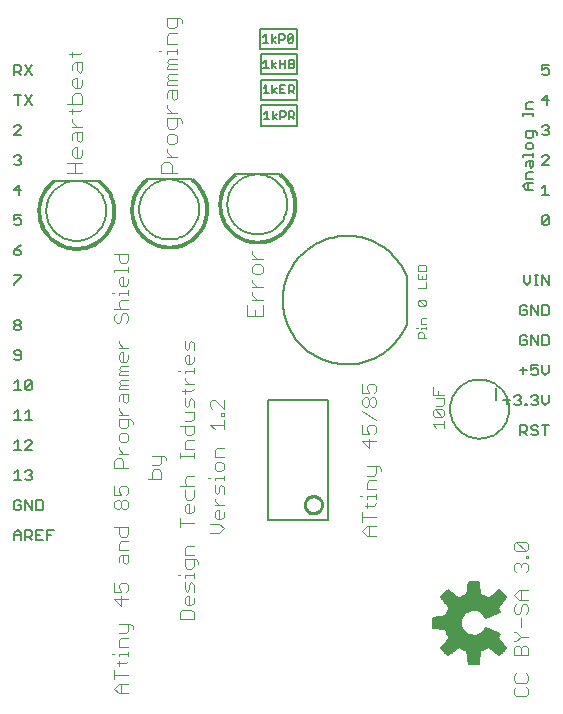
<source format=gto>
G75*
G70*
%OFA0B0*%
%FSLAX24Y24*%
%IPPOS*%
%LPD*%
%AMOC8*
5,1,8,0,0,1.08239X$1,22.5*
%
%ADD10C,0.0040*%
%ADD11C,0.0030*%
%ADD12C,0.0060*%
%ADD13C,0.0080*%
%ADD14C,0.0100*%
%ADD15C,0.0059*%
%ADD16C,0.0050*%
%ADD17C,0.0010*%
D10*
X005524Y006994D02*
X005371Y007148D01*
X005524Y007301D01*
X005831Y007301D01*
X005601Y007301D02*
X005601Y006994D01*
X005524Y006994D02*
X005831Y006994D01*
X005831Y007608D02*
X005371Y007608D01*
X005371Y007455D02*
X005371Y007762D01*
X005524Y007915D02*
X005524Y008069D01*
X005448Y007992D02*
X005754Y007992D01*
X005831Y008069D01*
X005831Y008222D02*
X005831Y008376D01*
X005831Y008299D02*
X005524Y008299D01*
X005524Y008222D01*
X005371Y008299D02*
X005294Y008299D01*
X005524Y008529D02*
X005524Y008759D01*
X005601Y008836D01*
X005831Y008836D01*
X005754Y008989D02*
X005831Y009066D01*
X005831Y009296D01*
X005908Y009296D02*
X005985Y009219D01*
X005985Y009143D01*
X005908Y009296D02*
X005524Y009296D01*
X005524Y008989D02*
X005754Y008989D01*
X005831Y008529D02*
X005524Y008529D01*
X005601Y009910D02*
X005601Y010217D01*
X005601Y010370D02*
X005524Y010524D01*
X005524Y010601D01*
X005601Y010677D01*
X005754Y010677D01*
X005831Y010601D01*
X005831Y010447D01*
X005754Y010370D01*
X005601Y010370D02*
X005371Y010370D01*
X005371Y010677D01*
X005371Y010140D02*
X005601Y009910D01*
X005831Y010140D02*
X005371Y010140D01*
X005754Y011291D02*
X005678Y011368D01*
X005678Y011598D01*
X005601Y011598D02*
X005831Y011598D01*
X005831Y011368D01*
X005754Y011291D01*
X005524Y011368D02*
X005524Y011521D01*
X005601Y011598D01*
X005524Y011751D02*
X005524Y011982D01*
X005601Y012058D01*
X005831Y012058D01*
X005754Y012212D02*
X005831Y012289D01*
X005831Y012519D01*
X005371Y012519D01*
X005524Y012519D02*
X005524Y012289D01*
X005601Y012212D01*
X005754Y012212D01*
X005831Y011751D02*
X005524Y011751D01*
X005524Y013133D02*
X005448Y013133D01*
X005371Y013209D01*
X005371Y013363D01*
X005448Y013439D01*
X005524Y013439D01*
X005601Y013363D01*
X005601Y013209D01*
X005524Y013133D01*
X005601Y013209D02*
X005678Y013133D01*
X005754Y013133D01*
X005831Y013209D01*
X005831Y013363D01*
X005754Y013439D01*
X005678Y013439D01*
X005601Y013363D01*
X005601Y013593D02*
X005524Y013746D01*
X005524Y013823D01*
X005601Y013900D01*
X005754Y013900D01*
X005831Y013823D01*
X005831Y013670D01*
X005754Y013593D01*
X005601Y013593D02*
X005371Y013593D01*
X005371Y013900D01*
X005371Y014514D02*
X005371Y014744D01*
X005448Y014820D01*
X005601Y014820D01*
X005678Y014744D01*
X005678Y014514D01*
X005831Y014514D02*
X005371Y014514D01*
X005524Y014974D02*
X005831Y014974D01*
X005678Y014974D02*
X005524Y015127D01*
X005524Y015204D01*
X005601Y015358D02*
X005524Y015434D01*
X005524Y015588D01*
X005601Y015664D01*
X005754Y015664D01*
X005831Y015588D01*
X005831Y015434D01*
X005754Y015358D01*
X005601Y015358D01*
X005601Y015818D02*
X005524Y015895D01*
X005524Y016125D01*
X005908Y016125D01*
X005985Y016048D01*
X005985Y015971D01*
X005831Y015895D02*
X005831Y016125D01*
X005831Y016278D02*
X005524Y016278D01*
X005524Y016432D02*
X005524Y016508D01*
X005524Y016432D02*
X005678Y016278D01*
X005754Y016662D02*
X005678Y016739D01*
X005678Y016969D01*
X005601Y016969D02*
X005831Y016969D01*
X005831Y016739D01*
X005754Y016662D01*
X005524Y016739D02*
X005524Y016892D01*
X005601Y016969D01*
X005524Y017122D02*
X005524Y017199D01*
X005601Y017276D01*
X005524Y017352D01*
X005601Y017429D01*
X005831Y017429D01*
X005831Y017276D02*
X005601Y017276D01*
X005524Y017122D02*
X005831Y017122D01*
X005831Y017583D02*
X005524Y017583D01*
X005524Y017659D01*
X005601Y017736D01*
X005524Y017813D01*
X005601Y017889D01*
X005831Y017889D01*
X005831Y017736D02*
X005601Y017736D01*
X005601Y018043D02*
X005524Y018120D01*
X005524Y018273D01*
X005601Y018350D01*
X005678Y018350D01*
X005678Y018043D01*
X005754Y018043D02*
X005601Y018043D01*
X005754Y018043D02*
X005831Y018120D01*
X005831Y018273D01*
X005831Y018503D02*
X005524Y018503D01*
X005524Y018657D02*
X005524Y018733D01*
X005524Y018657D02*
X005678Y018503D01*
X005754Y019347D02*
X005831Y019424D01*
X005831Y019577D01*
X005754Y019654D01*
X005678Y019654D01*
X005601Y019577D01*
X005601Y019424D01*
X005524Y019347D01*
X005448Y019347D01*
X005371Y019424D01*
X005371Y019577D01*
X005448Y019654D01*
X005371Y019808D02*
X005831Y019808D01*
X005601Y019808D02*
X005524Y019884D01*
X005524Y020038D01*
X005601Y020115D01*
X005831Y020115D01*
X005831Y020268D02*
X005831Y020421D01*
X005831Y020345D02*
X005524Y020345D01*
X005524Y020268D01*
X005371Y020345D02*
X005294Y020345D01*
X005524Y020652D02*
X005524Y020805D01*
X005601Y020882D01*
X005678Y020882D01*
X005678Y020575D01*
X005754Y020575D02*
X005601Y020575D01*
X005524Y020652D01*
X005754Y020575D02*
X005831Y020652D01*
X005831Y020805D01*
X005831Y021035D02*
X005831Y021189D01*
X005831Y021112D02*
X005371Y021112D01*
X005371Y021035D01*
X005601Y021342D02*
X005524Y021419D01*
X005524Y021649D01*
X005371Y021649D02*
X005831Y021649D01*
X005831Y021419D01*
X005754Y021342D01*
X005601Y021342D01*
X007714Y018743D02*
X007714Y018513D01*
X007791Y018436D01*
X007868Y018513D01*
X007868Y018666D01*
X007945Y018743D01*
X008021Y018666D01*
X008021Y018436D01*
X007868Y018282D02*
X007791Y018282D01*
X007714Y018206D01*
X007714Y018052D01*
X007791Y017976D01*
X007945Y017976D01*
X008021Y018052D01*
X008021Y018206D01*
X007868Y018282D02*
X007868Y017976D01*
X008021Y017822D02*
X008021Y017669D01*
X008021Y017745D02*
X007714Y017745D01*
X007714Y017669D01*
X007714Y017515D02*
X007714Y017439D01*
X007868Y017285D01*
X008021Y017285D02*
X007714Y017285D01*
X007714Y017132D02*
X007714Y016978D01*
X007638Y017055D02*
X007945Y017055D01*
X008021Y017132D01*
X007945Y016825D02*
X007868Y016748D01*
X007868Y016595D01*
X007791Y016518D01*
X007714Y016595D01*
X007714Y016825D01*
X007945Y016825D02*
X008021Y016748D01*
X008021Y016518D01*
X008021Y016364D02*
X007714Y016364D01*
X007714Y016057D02*
X007945Y016057D01*
X008021Y016134D01*
X008021Y016364D01*
X008021Y015904D02*
X007561Y015904D01*
X007714Y015904D02*
X007714Y015674D01*
X007791Y015597D01*
X007945Y015597D01*
X008021Y015674D01*
X008021Y015904D01*
X008021Y015444D02*
X007791Y015444D01*
X007714Y015367D01*
X007714Y015137D01*
X008021Y015137D01*
X008021Y014983D02*
X008021Y014830D01*
X008021Y014907D02*
X007561Y014907D01*
X007561Y014983D02*
X007561Y014830D01*
X007093Y014835D02*
X007093Y014758D01*
X007093Y014835D02*
X007016Y014912D01*
X006633Y014912D01*
X006633Y014605D02*
X006863Y014605D01*
X006940Y014682D01*
X006940Y014912D01*
X006863Y014451D02*
X006710Y014451D01*
X006633Y014375D01*
X006633Y014145D01*
X006479Y014145D02*
X006940Y014145D01*
X006940Y014375D01*
X006863Y014451D01*
X007561Y013909D02*
X008021Y013909D01*
X008021Y013756D02*
X008021Y013526D01*
X007945Y013449D01*
X007791Y013449D01*
X007714Y013526D01*
X007714Y013756D01*
X007791Y013909D02*
X007714Y013986D01*
X007714Y014139D01*
X007791Y014216D01*
X008021Y014216D01*
X008485Y014171D02*
X008561Y014171D01*
X008715Y014171D02*
X008715Y014095D01*
X008715Y014171D02*
X009022Y014171D01*
X009022Y014095D02*
X009022Y014248D01*
X008945Y014402D02*
X009022Y014478D01*
X009022Y014632D01*
X008945Y014708D01*
X008792Y014708D01*
X008715Y014632D01*
X008715Y014478D01*
X008792Y014402D01*
X008945Y014402D01*
X008945Y013941D02*
X008868Y013864D01*
X008868Y013711D01*
X008792Y013634D01*
X008715Y013711D01*
X008715Y013941D01*
X008945Y013941D02*
X009022Y013864D01*
X009022Y013634D01*
X008715Y013481D02*
X008715Y013404D01*
X008868Y013251D01*
X008715Y013251D02*
X009022Y013251D01*
X008868Y013097D02*
X008868Y012790D01*
X008792Y012790D02*
X008715Y012867D01*
X008715Y013021D01*
X008792Y013097D01*
X008868Y013097D01*
X009022Y013021D02*
X009022Y012867D01*
X008945Y012790D01*
X008792Y012790D01*
X008868Y012637D02*
X008561Y012637D01*
X008868Y012637D02*
X009022Y012483D01*
X008868Y012330D01*
X008561Y012330D01*
X008098Y011454D02*
X007714Y011454D01*
X007714Y011224D01*
X007791Y011147D01*
X007945Y011147D01*
X008021Y011224D01*
X008021Y011454D01*
X008098Y011454D02*
X008175Y011377D01*
X008175Y011300D01*
X008021Y010994D02*
X008021Y010840D01*
X008021Y010917D02*
X007714Y010917D01*
X007714Y010840D01*
X007714Y010687D02*
X007714Y010456D01*
X007791Y010380D01*
X007868Y010456D01*
X007868Y010610D01*
X007945Y010687D01*
X008021Y010610D01*
X008021Y010380D01*
X007868Y010226D02*
X007868Y009919D01*
X007945Y009919D02*
X007791Y009919D01*
X007714Y009996D01*
X007714Y010150D01*
X007791Y010226D01*
X007868Y010226D01*
X008021Y010150D02*
X008021Y009996D01*
X007945Y009919D01*
X007945Y009766D02*
X007638Y009766D01*
X007561Y009689D01*
X007561Y009459D01*
X008021Y009459D01*
X008021Y009689D01*
X007945Y009766D01*
X007561Y010917D02*
X007484Y010917D01*
X007714Y011607D02*
X007714Y011838D01*
X007791Y011914D01*
X008021Y011914D01*
X008021Y011607D02*
X007714Y011607D01*
X007561Y012528D02*
X007561Y012835D01*
X007561Y012682D02*
X008021Y012682D01*
X007945Y012988D02*
X007791Y012988D01*
X007714Y013065D01*
X007714Y013219D01*
X007791Y013295D01*
X007868Y013295D01*
X007868Y012988D01*
X007945Y012988D02*
X008021Y013065D01*
X008021Y013219D01*
X008715Y014862D02*
X008715Y015092D01*
X008792Y015169D01*
X009022Y015169D01*
X009022Y014862D02*
X008715Y014862D01*
X008715Y015783D02*
X008561Y015936D01*
X009022Y015936D01*
X009022Y015783D02*
X009022Y016090D01*
X009022Y016243D02*
X009022Y016320D01*
X008945Y016320D01*
X008945Y016243D01*
X009022Y016243D01*
X009022Y016473D02*
X008715Y016780D01*
X008638Y016780D01*
X008561Y016703D01*
X008561Y016550D01*
X008638Y016473D01*
X009022Y016473D02*
X009022Y016780D01*
X007561Y017745D02*
X007484Y017745D01*
X005831Y015895D02*
X005754Y015818D01*
X005601Y015818D01*
X009792Y019576D02*
X010312Y019576D01*
X010312Y019923D01*
X010312Y020092D02*
X009965Y020092D01*
X009965Y020266D02*
X009965Y020352D01*
X009965Y020266D02*
X010139Y020092D01*
X010052Y019750D02*
X010052Y019576D01*
X009792Y019576D02*
X009792Y019923D01*
X009965Y020522D02*
X010312Y020522D01*
X010139Y020522D02*
X009965Y020695D01*
X009965Y020782D01*
X010052Y020951D02*
X009965Y021038D01*
X009965Y021212D01*
X010052Y021298D01*
X010225Y021298D01*
X010312Y021212D01*
X010312Y021038D01*
X010225Y020951D01*
X010052Y020951D01*
X010139Y021467D02*
X009965Y021641D01*
X009965Y021727D01*
X009965Y021467D02*
X010312Y021467D01*
X007460Y024348D02*
X006940Y024348D01*
X006940Y024608D01*
X007026Y024695D01*
X007200Y024695D01*
X007287Y024608D01*
X007287Y024348D01*
X007287Y024864D02*
X007113Y025037D01*
X007113Y025124D01*
X007200Y025293D02*
X007113Y025380D01*
X007113Y025554D01*
X007200Y025640D01*
X007373Y025640D01*
X007460Y025554D01*
X007460Y025380D01*
X007373Y025293D01*
X007200Y025293D01*
X007200Y025809D02*
X007373Y025809D01*
X007460Y025896D01*
X007460Y026156D01*
X007547Y026156D02*
X007113Y026156D01*
X007113Y025896D01*
X007200Y025809D01*
X007547Y026156D02*
X007633Y026069D01*
X007633Y025983D01*
X007460Y026325D02*
X007113Y026325D01*
X007113Y026498D02*
X007113Y026585D01*
X007113Y026498D02*
X007287Y026325D01*
X007373Y026754D02*
X007287Y026841D01*
X007287Y027101D01*
X007200Y027101D02*
X007460Y027101D01*
X007460Y026841D01*
X007373Y026754D01*
X007113Y026841D02*
X007113Y027015D01*
X007200Y027101D01*
X007113Y027270D02*
X007113Y027357D01*
X007200Y027444D01*
X007113Y027530D01*
X007200Y027617D01*
X007460Y027617D01*
X007460Y027786D02*
X007113Y027786D01*
X007113Y027872D01*
X007200Y027959D01*
X007113Y028046D01*
X007200Y028133D01*
X007460Y028133D01*
X007460Y028301D02*
X007460Y028475D01*
X007460Y028388D02*
X007113Y028388D01*
X007113Y028301D01*
X006940Y028388D02*
X006853Y028388D01*
X007113Y028645D02*
X007113Y028905D01*
X007200Y028992D01*
X007460Y028992D01*
X007373Y029161D02*
X007460Y029247D01*
X007460Y029508D01*
X007547Y029508D02*
X007113Y029508D01*
X007113Y029247D01*
X007200Y029161D01*
X007373Y029161D01*
X007633Y029334D02*
X007633Y029421D01*
X007547Y029508D01*
X007460Y028645D02*
X007113Y028645D01*
X007200Y027959D02*
X007460Y027959D01*
X007460Y027444D02*
X007200Y027444D01*
X007113Y027270D02*
X007460Y027270D01*
X007460Y024864D02*
X007113Y024864D01*
X004306Y024931D02*
X004219Y024845D01*
X004046Y024845D01*
X003959Y024931D01*
X003959Y025105D01*
X004046Y025192D01*
X004133Y025192D01*
X004133Y024845D01*
X004046Y024676D02*
X004046Y024329D01*
X004306Y024329D02*
X003786Y024329D01*
X003786Y024676D02*
X004306Y024676D01*
X004306Y024931D02*
X004306Y025105D01*
X004219Y025360D02*
X004133Y025447D01*
X004133Y025707D01*
X004046Y025707D02*
X004306Y025707D01*
X004306Y025447D01*
X004219Y025360D01*
X003959Y025447D02*
X003959Y025621D01*
X004046Y025707D01*
X004133Y025876D02*
X003959Y026049D01*
X003959Y026136D01*
X003959Y026306D02*
X003959Y026479D01*
X003872Y026392D02*
X004219Y026392D01*
X004306Y026479D01*
X004306Y026649D02*
X004306Y026910D01*
X004219Y026996D01*
X004046Y026996D01*
X003959Y026910D01*
X003959Y026649D01*
X003786Y026649D02*
X004306Y026649D01*
X004219Y027165D02*
X004046Y027165D01*
X003959Y027252D01*
X003959Y027425D01*
X004046Y027512D01*
X004133Y027512D01*
X004133Y027165D01*
X004219Y027165D02*
X004306Y027252D01*
X004306Y027425D01*
X004219Y027681D02*
X004133Y027767D01*
X004133Y028028D01*
X004046Y028028D02*
X004306Y028028D01*
X004306Y027767D01*
X004219Y027681D01*
X003959Y027767D02*
X003959Y027941D01*
X004046Y028028D01*
X003959Y028196D02*
X003959Y028370D01*
X003872Y028283D02*
X004219Y028283D01*
X004306Y028370D01*
X004306Y025876D02*
X003959Y025876D01*
X013568Y013553D02*
X013645Y013553D01*
X013798Y013553D02*
X014105Y013553D01*
X014105Y013476D02*
X014105Y013630D01*
X014105Y013783D02*
X013798Y013783D01*
X013798Y014013D01*
X013875Y014090D01*
X014105Y014090D01*
X014029Y014244D02*
X014105Y014320D01*
X014105Y014550D01*
X014182Y014550D02*
X014259Y014474D01*
X014259Y014397D01*
X014182Y014550D02*
X013798Y014550D01*
X013798Y014244D02*
X014029Y014244D01*
X013798Y013553D02*
X013798Y013476D01*
X013798Y013323D02*
X013798Y013169D01*
X013722Y013246D02*
X014029Y013246D01*
X014105Y013323D01*
X014105Y012863D02*
X013645Y012863D01*
X013645Y013016D02*
X013645Y012709D01*
X013798Y012556D02*
X014105Y012556D01*
X013875Y012556D02*
X013875Y012249D01*
X013798Y012249D02*
X013645Y012402D01*
X013798Y012556D01*
X013798Y012249D02*
X014105Y012249D01*
X013875Y015164D02*
X013875Y015471D01*
X013875Y015625D02*
X013798Y015778D01*
X013798Y015855D01*
X013875Y015932D01*
X014029Y015932D01*
X014105Y015855D01*
X014105Y015701D01*
X014029Y015625D01*
X013875Y015625D02*
X013645Y015625D01*
X013645Y015932D01*
X013645Y015394D02*
X013875Y015164D01*
X014105Y015394D02*
X013645Y015394D01*
X014105Y016085D02*
X013645Y016392D01*
X013722Y016545D02*
X013798Y016545D01*
X013875Y016622D01*
X013875Y016776D01*
X013952Y016852D01*
X014029Y016852D01*
X014105Y016776D01*
X014105Y016622D01*
X014029Y016545D01*
X013952Y016545D01*
X013875Y016622D01*
X013875Y016776D02*
X013798Y016852D01*
X013722Y016852D01*
X013645Y016776D01*
X013645Y016622D01*
X013722Y016545D01*
X013645Y017006D02*
X013875Y017006D01*
X013798Y017159D01*
X013798Y017236D01*
X013875Y017313D01*
X014029Y017313D01*
X014105Y017236D01*
X014105Y017082D01*
X014029Y017006D01*
X013645Y017006D02*
X013645Y017313D01*
X018778Y012027D02*
X018701Y011950D01*
X018701Y011797D01*
X018778Y011720D01*
X019085Y011720D01*
X018778Y012027D01*
X019085Y012027D01*
X019162Y011950D01*
X019162Y011797D01*
X019085Y011720D01*
X019085Y011566D02*
X019162Y011566D01*
X019162Y011490D01*
X019085Y011490D01*
X019085Y011566D01*
X019085Y011336D02*
X019162Y011259D01*
X019162Y011106D01*
X019085Y011029D01*
X018931Y011183D02*
X018931Y011259D01*
X019008Y011336D01*
X019085Y011336D01*
X018931Y011259D02*
X018855Y011336D01*
X018778Y011336D01*
X018701Y011259D01*
X018701Y011106D01*
X018778Y011029D01*
X018855Y010416D02*
X018701Y010262D01*
X018855Y010109D01*
X019162Y010109D01*
X019085Y009955D02*
X019162Y009878D01*
X019162Y009725D01*
X019085Y009648D01*
X018931Y009725D02*
X018931Y009878D01*
X019008Y009955D01*
X019085Y009955D01*
X018931Y010109D02*
X018931Y010416D01*
X018855Y010416D02*
X019162Y010416D01*
X018778Y009955D02*
X018701Y009878D01*
X018701Y009725D01*
X018778Y009648D01*
X018855Y009648D01*
X018931Y009725D01*
X018931Y009495D02*
X018931Y009188D01*
X018778Y009034D02*
X018701Y009034D01*
X018778Y009034D02*
X018931Y008881D01*
X019162Y008881D01*
X018931Y008881D02*
X018778Y008728D01*
X018701Y008728D01*
X018778Y008574D02*
X018701Y008497D01*
X018701Y008267D01*
X019162Y008267D01*
X019162Y008497D01*
X019085Y008574D01*
X019008Y008574D01*
X018931Y008497D01*
X018931Y008267D01*
X018931Y008497D02*
X018855Y008574D01*
X018778Y008574D01*
X018778Y007653D02*
X018701Y007577D01*
X018701Y007423D01*
X018778Y007346D01*
X019085Y007346D01*
X019162Y007423D01*
X019162Y007577D01*
X019085Y007653D01*
X019085Y007193D02*
X019162Y007116D01*
X019162Y006963D01*
X019085Y006886D01*
X018778Y006886D01*
X018701Y006963D01*
X018701Y007116D01*
X018778Y007193D01*
D11*
X016354Y015835D02*
X016354Y016082D01*
X016354Y015959D02*
X015984Y015959D01*
X016108Y015835D01*
X016046Y016204D02*
X015984Y016265D01*
X015984Y016389D01*
X016046Y016450D01*
X016293Y016204D01*
X016354Y016265D01*
X016354Y016389D01*
X016293Y016450D01*
X016046Y016450D01*
X016108Y016572D02*
X016293Y016572D01*
X016354Y016634D01*
X016354Y016819D01*
X016108Y016819D01*
X016169Y016940D02*
X016169Y017064D01*
X015984Y016940D02*
X015984Y017187D01*
X015984Y016940D02*
X016354Y016940D01*
X016293Y016204D02*
X016046Y016204D01*
X015778Y018823D02*
X015488Y018823D01*
X015488Y018968D01*
X015537Y019016D01*
X015633Y019016D01*
X015682Y018968D01*
X015682Y018823D01*
X015778Y019117D02*
X015778Y019214D01*
X015778Y019166D02*
X015585Y019166D01*
X015585Y019117D01*
X015488Y019166D02*
X015440Y019166D01*
X015585Y019314D02*
X015585Y019459D01*
X015633Y019507D01*
X015778Y019507D01*
X015778Y019314D02*
X015585Y019314D01*
X015537Y019903D02*
X015488Y019951D01*
X015488Y020048D01*
X015537Y020096D01*
X015730Y019903D01*
X015778Y019951D01*
X015778Y020048D01*
X015730Y020096D01*
X015537Y020096D01*
X015537Y019903D02*
X015730Y019903D01*
X015778Y020492D02*
X015488Y020492D01*
X015778Y020492D02*
X015778Y020686D01*
X015778Y020787D02*
X015488Y020787D01*
X015488Y020980D01*
X015488Y021082D02*
X015488Y021227D01*
X015537Y021275D01*
X015730Y021275D01*
X015778Y021227D01*
X015778Y021082D01*
X015488Y021082D01*
X015633Y020884D02*
X015633Y020787D01*
X015778Y020787D02*
X015778Y020980D01*
D12*
X018450Y016873D02*
X018450Y016647D01*
X018563Y016760D02*
X018336Y016760D01*
X018705Y016873D02*
X018761Y016930D01*
X018875Y016930D01*
X018932Y016873D01*
X018932Y016817D01*
X018875Y016760D01*
X018932Y016703D01*
X018932Y016647D01*
X018875Y016590D01*
X018761Y016590D01*
X018705Y016647D01*
X018818Y016760D02*
X018875Y016760D01*
X019073Y016647D02*
X019130Y016647D01*
X019130Y016590D01*
X019073Y016590D01*
X019073Y016647D01*
X019257Y016647D02*
X019314Y016590D01*
X019427Y016590D01*
X019484Y016647D01*
X019484Y016703D01*
X019427Y016760D01*
X019371Y016760D01*
X019427Y016760D02*
X019484Y016817D01*
X019484Y016873D01*
X019427Y016930D01*
X019314Y016930D01*
X019257Y016873D01*
X019625Y016930D02*
X019625Y016703D01*
X019739Y016590D01*
X019852Y016703D01*
X019852Y016930D01*
X019739Y017590D02*
X019852Y017703D01*
X019852Y017930D01*
X019626Y017930D02*
X019626Y017703D01*
X019739Y017590D01*
X019484Y017647D02*
X019484Y017760D01*
X019427Y017817D01*
X019371Y017817D01*
X019257Y017760D01*
X019257Y017930D01*
X019484Y017930D01*
X019484Y017647D02*
X019427Y017590D01*
X019314Y017590D01*
X019257Y017647D01*
X019116Y017760D02*
X018889Y017760D01*
X019002Y017873D02*
X019002Y017647D01*
X018946Y018590D02*
X019059Y018590D01*
X019116Y018647D01*
X019116Y018760D01*
X019002Y018760D01*
X018889Y018873D02*
X018946Y018930D01*
X019059Y018930D01*
X019116Y018873D01*
X019257Y018930D02*
X019257Y018590D01*
X019484Y018590D02*
X019257Y018930D01*
X019484Y018930D02*
X019484Y018590D01*
X019626Y018590D02*
X019626Y018930D01*
X019796Y018930D01*
X019852Y018873D01*
X019852Y018647D01*
X019796Y018590D01*
X019626Y018590D01*
X018946Y018590D02*
X018889Y018647D01*
X018889Y018873D01*
X018946Y019590D02*
X018889Y019647D01*
X018889Y019873D01*
X018946Y019930D01*
X019059Y019930D01*
X019116Y019873D01*
X019116Y019760D02*
X019002Y019760D01*
X019116Y019760D02*
X019116Y019647D01*
X019059Y019590D01*
X018946Y019590D01*
X019257Y019590D02*
X019257Y019930D01*
X019484Y019590D01*
X019484Y019930D01*
X019626Y019930D02*
X019626Y019590D01*
X019796Y019590D01*
X019852Y019647D01*
X019852Y019873D01*
X019796Y019930D01*
X019626Y019930D01*
X019625Y020590D02*
X019625Y020930D01*
X019852Y020590D01*
X019852Y020930D01*
X019493Y020930D02*
X019380Y020930D01*
X019437Y020930D02*
X019437Y020590D01*
X019493Y020590D02*
X019380Y020590D01*
X019239Y020703D02*
X019239Y020930D01*
X019239Y020703D02*
X019125Y020590D01*
X019012Y020703D01*
X019012Y020930D01*
X019682Y022590D02*
X019626Y022647D01*
X019852Y022873D01*
X019852Y022647D01*
X019796Y022590D01*
X019682Y022590D01*
X019626Y022647D02*
X019626Y022873D01*
X019682Y022930D01*
X019796Y022930D01*
X019852Y022873D01*
X019852Y023590D02*
X019626Y023590D01*
X019739Y023590D02*
X019739Y023930D01*
X019626Y023817D01*
X019334Y023771D02*
X019107Y023771D01*
X018994Y023884D01*
X019107Y023997D01*
X019334Y023997D01*
X019334Y024139D02*
X019107Y024139D01*
X019107Y024309D01*
X019164Y024366D01*
X019334Y024366D01*
X019277Y024507D02*
X019220Y024564D01*
X019220Y024734D01*
X019164Y024734D02*
X019334Y024734D01*
X019334Y024564D01*
X019277Y024507D01*
X019107Y024564D02*
X019107Y024677D01*
X019164Y024734D01*
X019334Y024876D02*
X019334Y024989D01*
X019334Y024932D02*
X018994Y024932D01*
X018994Y024876D01*
X019164Y025121D02*
X019277Y025121D01*
X019334Y025178D01*
X019334Y025291D01*
X019277Y025348D01*
X019164Y025348D01*
X019107Y025291D01*
X019107Y025178D01*
X019164Y025121D01*
X019164Y025489D02*
X019277Y025489D01*
X019334Y025546D01*
X019334Y025716D01*
X019391Y025716D02*
X019107Y025716D01*
X019107Y025546D01*
X019164Y025489D01*
X019447Y025603D02*
X019447Y025659D01*
X019391Y025716D01*
X019626Y025647D02*
X019682Y025590D01*
X019796Y025590D01*
X019852Y025647D01*
X019852Y025703D01*
X019796Y025760D01*
X019739Y025760D01*
X019796Y025760D02*
X019852Y025817D01*
X019852Y025873D01*
X019796Y025930D01*
X019682Y025930D01*
X019626Y025873D01*
X019334Y026226D02*
X019334Y026339D01*
X019334Y026283D02*
X018994Y026283D01*
X018994Y026339D02*
X018994Y026226D01*
X019107Y026471D02*
X019107Y026642D01*
X019164Y026698D01*
X019334Y026698D01*
X019334Y026471D02*
X019107Y026471D01*
X019626Y026760D02*
X019852Y026760D01*
X019796Y026930D02*
X019626Y026760D01*
X019796Y026590D02*
X019796Y026930D01*
X019796Y027590D02*
X019682Y027590D01*
X019626Y027647D01*
X019626Y027760D02*
X019739Y027817D01*
X019796Y027817D01*
X019852Y027760D01*
X019852Y027647D01*
X019796Y027590D01*
X019626Y027760D02*
X019626Y027930D01*
X019852Y027930D01*
X019796Y024930D02*
X019682Y024930D01*
X019626Y024873D01*
X019796Y024930D02*
X019852Y024873D01*
X019852Y024817D01*
X019626Y024590D01*
X019852Y024590D01*
X019164Y023997D02*
X019164Y023771D01*
X019059Y015930D02*
X018889Y015930D01*
X018889Y015590D01*
X018889Y015703D02*
X019059Y015703D01*
X019116Y015760D01*
X019116Y015873D01*
X019059Y015930D01*
X019257Y015873D02*
X019257Y015817D01*
X019314Y015760D01*
X019427Y015760D01*
X019484Y015703D01*
X019484Y015647D01*
X019427Y015590D01*
X019314Y015590D01*
X019257Y015647D01*
X019116Y015590D02*
X019002Y015703D01*
X019257Y015873D02*
X019314Y015930D01*
X019427Y015930D01*
X019484Y015873D01*
X019626Y015930D02*
X019852Y015930D01*
X019739Y015930D02*
X019739Y015590D01*
X009138Y023285D02*
X009140Y023348D01*
X009146Y023410D01*
X009156Y023472D01*
X009169Y023534D01*
X009187Y023594D01*
X009208Y023653D01*
X009233Y023711D01*
X009262Y023767D01*
X009294Y023821D01*
X009329Y023873D01*
X009367Y023922D01*
X009409Y023970D01*
X009453Y024014D01*
X009501Y024056D01*
X009550Y024094D01*
X009602Y024129D01*
X009656Y024161D01*
X009712Y024190D01*
X009770Y024215D01*
X009829Y024236D01*
X009889Y024254D01*
X009951Y024267D01*
X010013Y024277D01*
X010075Y024283D01*
X010138Y024285D01*
X010201Y024283D01*
X010263Y024277D01*
X010325Y024267D01*
X010387Y024254D01*
X010447Y024236D01*
X010506Y024215D01*
X010564Y024190D01*
X010620Y024161D01*
X010674Y024129D01*
X010726Y024094D01*
X010775Y024056D01*
X010823Y024014D01*
X010867Y023970D01*
X010909Y023922D01*
X010947Y023873D01*
X010982Y023821D01*
X011014Y023767D01*
X011043Y023711D01*
X011068Y023653D01*
X011089Y023594D01*
X011107Y023534D01*
X011120Y023472D01*
X011130Y023410D01*
X011136Y023348D01*
X011138Y023285D01*
X011136Y023222D01*
X011130Y023160D01*
X011120Y023098D01*
X011107Y023036D01*
X011089Y022976D01*
X011068Y022917D01*
X011043Y022859D01*
X011014Y022803D01*
X010982Y022749D01*
X010947Y022697D01*
X010909Y022648D01*
X010867Y022600D01*
X010823Y022556D01*
X010775Y022514D01*
X010726Y022476D01*
X010674Y022441D01*
X010620Y022409D01*
X010564Y022380D01*
X010506Y022355D01*
X010447Y022334D01*
X010387Y022316D01*
X010325Y022303D01*
X010263Y022293D01*
X010201Y022287D01*
X010138Y022285D01*
X010075Y022287D01*
X010013Y022293D01*
X009951Y022303D01*
X009889Y022316D01*
X009829Y022334D01*
X009770Y022355D01*
X009712Y022380D01*
X009656Y022409D01*
X009602Y022441D01*
X009550Y022476D01*
X009501Y022514D01*
X009453Y022556D01*
X009409Y022600D01*
X009367Y022648D01*
X009329Y022697D01*
X009294Y022749D01*
X009262Y022803D01*
X009233Y022859D01*
X009208Y022917D01*
X009187Y022976D01*
X009169Y023036D01*
X009156Y023098D01*
X009146Y023160D01*
X009140Y023222D01*
X009138Y023285D01*
X006200Y023118D02*
X006202Y023181D01*
X006208Y023243D01*
X006218Y023305D01*
X006231Y023367D01*
X006249Y023427D01*
X006270Y023486D01*
X006295Y023544D01*
X006324Y023600D01*
X006356Y023654D01*
X006391Y023706D01*
X006429Y023755D01*
X006471Y023803D01*
X006515Y023847D01*
X006563Y023889D01*
X006612Y023927D01*
X006664Y023962D01*
X006718Y023994D01*
X006774Y024023D01*
X006832Y024048D01*
X006891Y024069D01*
X006951Y024087D01*
X007013Y024100D01*
X007075Y024110D01*
X007137Y024116D01*
X007200Y024118D01*
X007263Y024116D01*
X007325Y024110D01*
X007387Y024100D01*
X007449Y024087D01*
X007509Y024069D01*
X007568Y024048D01*
X007626Y024023D01*
X007682Y023994D01*
X007736Y023962D01*
X007788Y023927D01*
X007837Y023889D01*
X007885Y023847D01*
X007929Y023803D01*
X007971Y023755D01*
X008009Y023706D01*
X008044Y023654D01*
X008076Y023600D01*
X008105Y023544D01*
X008130Y023486D01*
X008151Y023427D01*
X008169Y023367D01*
X008182Y023305D01*
X008192Y023243D01*
X008198Y023181D01*
X008200Y023118D01*
X008198Y023055D01*
X008192Y022993D01*
X008182Y022931D01*
X008169Y022869D01*
X008151Y022809D01*
X008130Y022750D01*
X008105Y022692D01*
X008076Y022636D01*
X008044Y022582D01*
X008009Y022530D01*
X007971Y022481D01*
X007929Y022433D01*
X007885Y022389D01*
X007837Y022347D01*
X007788Y022309D01*
X007736Y022274D01*
X007682Y022242D01*
X007626Y022213D01*
X007568Y022188D01*
X007509Y022167D01*
X007449Y022149D01*
X007387Y022136D01*
X007325Y022126D01*
X007263Y022120D01*
X007200Y022118D01*
X007137Y022120D01*
X007075Y022126D01*
X007013Y022136D01*
X006951Y022149D01*
X006891Y022167D01*
X006832Y022188D01*
X006774Y022213D01*
X006718Y022242D01*
X006664Y022274D01*
X006612Y022309D01*
X006563Y022347D01*
X006515Y022389D01*
X006471Y022433D01*
X006429Y022481D01*
X006391Y022530D01*
X006356Y022582D01*
X006324Y022636D01*
X006295Y022692D01*
X006270Y022750D01*
X006249Y022809D01*
X006231Y022869D01*
X006218Y022931D01*
X006208Y022993D01*
X006202Y023055D01*
X006200Y023118D01*
X003104Y023071D02*
X003106Y023134D01*
X003112Y023196D01*
X003122Y023258D01*
X003135Y023320D01*
X003153Y023380D01*
X003174Y023439D01*
X003199Y023497D01*
X003228Y023553D01*
X003260Y023607D01*
X003295Y023659D01*
X003333Y023708D01*
X003375Y023756D01*
X003419Y023800D01*
X003467Y023842D01*
X003516Y023880D01*
X003568Y023915D01*
X003622Y023947D01*
X003678Y023976D01*
X003736Y024001D01*
X003795Y024022D01*
X003855Y024040D01*
X003917Y024053D01*
X003979Y024063D01*
X004041Y024069D01*
X004104Y024071D01*
X004167Y024069D01*
X004229Y024063D01*
X004291Y024053D01*
X004353Y024040D01*
X004413Y024022D01*
X004472Y024001D01*
X004530Y023976D01*
X004586Y023947D01*
X004640Y023915D01*
X004692Y023880D01*
X004741Y023842D01*
X004789Y023800D01*
X004833Y023756D01*
X004875Y023708D01*
X004913Y023659D01*
X004948Y023607D01*
X004980Y023553D01*
X005009Y023497D01*
X005034Y023439D01*
X005055Y023380D01*
X005073Y023320D01*
X005086Y023258D01*
X005096Y023196D01*
X005102Y023134D01*
X005104Y023071D01*
X005102Y023008D01*
X005096Y022946D01*
X005086Y022884D01*
X005073Y022822D01*
X005055Y022762D01*
X005034Y022703D01*
X005009Y022645D01*
X004980Y022589D01*
X004948Y022535D01*
X004913Y022483D01*
X004875Y022434D01*
X004833Y022386D01*
X004789Y022342D01*
X004741Y022300D01*
X004692Y022262D01*
X004640Y022227D01*
X004586Y022195D01*
X004530Y022166D01*
X004472Y022141D01*
X004413Y022120D01*
X004353Y022102D01*
X004291Y022089D01*
X004229Y022079D01*
X004167Y022073D01*
X004104Y022071D01*
X004041Y022073D01*
X003979Y022079D01*
X003917Y022089D01*
X003855Y022102D01*
X003795Y022120D01*
X003736Y022141D01*
X003678Y022166D01*
X003622Y022195D01*
X003568Y022227D01*
X003516Y022262D01*
X003467Y022300D01*
X003419Y022342D01*
X003375Y022386D01*
X003333Y022434D01*
X003295Y022483D01*
X003260Y022535D01*
X003228Y022589D01*
X003199Y022645D01*
X003174Y022703D01*
X003153Y022762D01*
X003135Y022822D01*
X003122Y022884D01*
X003112Y022946D01*
X003106Y023008D01*
X003104Y023071D01*
X002266Y022930D02*
X002039Y022930D01*
X002039Y022760D01*
X002152Y022817D01*
X002209Y022817D01*
X002266Y022760D01*
X002266Y022647D01*
X002209Y022590D01*
X002096Y022590D01*
X002039Y022647D01*
X002266Y021930D02*
X002152Y021873D01*
X002039Y021760D01*
X002209Y021760D01*
X002266Y021703D01*
X002266Y021647D01*
X002209Y021590D01*
X002096Y021590D01*
X002039Y021647D01*
X002039Y021760D01*
X002039Y020930D02*
X002266Y020930D01*
X002266Y020873D01*
X002039Y020647D01*
X002039Y020590D01*
X002096Y019430D02*
X002209Y019430D01*
X002266Y019373D01*
X002266Y019317D01*
X002209Y019260D01*
X002096Y019260D01*
X002039Y019317D01*
X002039Y019373D01*
X002096Y019430D01*
X002096Y019260D02*
X002039Y019203D01*
X002039Y019147D01*
X002096Y019090D01*
X002209Y019090D01*
X002266Y019147D01*
X002266Y019203D01*
X002209Y019260D01*
X002209Y018430D02*
X002096Y018430D01*
X002039Y018373D01*
X002039Y018317D01*
X002096Y018260D01*
X002266Y018260D01*
X002266Y018147D02*
X002266Y018373D01*
X002209Y018430D01*
X002266Y018147D02*
X002209Y018090D01*
X002096Y018090D01*
X002039Y018147D01*
X002152Y017430D02*
X002152Y017090D01*
X002039Y017090D02*
X002266Y017090D01*
X002407Y017147D02*
X002634Y017373D01*
X002634Y017147D01*
X002577Y017090D01*
X002464Y017090D01*
X002407Y017147D01*
X002407Y017373D01*
X002464Y017430D01*
X002577Y017430D01*
X002634Y017373D01*
X002152Y017430D02*
X002039Y017317D01*
X002152Y016430D02*
X002152Y016090D01*
X002039Y016090D02*
X002266Y016090D01*
X002407Y016090D02*
X002634Y016090D01*
X002521Y016090D02*
X002521Y016430D01*
X002407Y016317D01*
X002152Y016430D02*
X002039Y016317D01*
X002152Y015430D02*
X002152Y015090D01*
X002039Y015090D02*
X002266Y015090D01*
X002407Y015090D02*
X002634Y015317D01*
X002634Y015373D01*
X002577Y015430D01*
X002464Y015430D01*
X002407Y015373D01*
X002152Y015430D02*
X002039Y015317D01*
X002407Y015090D02*
X002634Y015090D01*
X002577Y014430D02*
X002634Y014373D01*
X002634Y014317D01*
X002577Y014260D01*
X002634Y014203D01*
X002634Y014147D01*
X002577Y014090D01*
X002464Y014090D01*
X002407Y014147D01*
X002266Y014090D02*
X002039Y014090D01*
X002152Y014090D02*
X002152Y014430D01*
X002039Y014317D01*
X002407Y014373D02*
X002464Y014430D01*
X002577Y014430D01*
X002577Y014260D02*
X002521Y014260D01*
X002634Y013430D02*
X002634Y013090D01*
X002407Y013430D01*
X002407Y013090D01*
X002266Y013147D02*
X002266Y013260D01*
X002152Y013260D01*
X002039Y013373D02*
X002039Y013147D01*
X002096Y013090D01*
X002209Y013090D01*
X002266Y013147D01*
X002266Y013373D02*
X002209Y013430D01*
X002096Y013430D01*
X002039Y013373D01*
X002775Y013430D02*
X002775Y013090D01*
X002946Y013090D01*
X003002Y013147D01*
X003002Y013373D01*
X002946Y013430D01*
X002775Y013430D01*
X002775Y012430D02*
X002775Y012090D01*
X003002Y012090D01*
X003144Y012090D02*
X003144Y012430D01*
X003371Y012430D01*
X003257Y012260D02*
X003144Y012260D01*
X003002Y012430D02*
X002775Y012430D01*
X002634Y012373D02*
X002634Y012260D01*
X002577Y012203D01*
X002407Y012203D01*
X002407Y012090D02*
X002407Y012430D01*
X002577Y012430D01*
X002634Y012373D01*
X002775Y012260D02*
X002889Y012260D01*
X002634Y012090D02*
X002521Y012203D01*
X002266Y012260D02*
X002039Y012260D01*
X002039Y012317D02*
X002152Y012430D01*
X002266Y012317D01*
X002266Y012090D01*
X002039Y012090D02*
X002039Y012317D01*
X002209Y023590D02*
X002209Y023930D01*
X002039Y023760D01*
X002266Y023760D01*
X002209Y024590D02*
X002096Y024590D01*
X002039Y024647D01*
X002152Y024760D02*
X002209Y024760D01*
X002266Y024703D01*
X002266Y024647D01*
X002209Y024590D01*
X002209Y024760D02*
X002266Y024817D01*
X002266Y024873D01*
X002209Y024930D01*
X002096Y024930D01*
X002039Y024873D01*
X002039Y025590D02*
X002266Y025817D01*
X002266Y025873D01*
X002209Y025930D01*
X002096Y025930D01*
X002039Y025873D01*
X002039Y025590D02*
X002266Y025590D01*
X002152Y026590D02*
X002152Y026930D01*
X002039Y026930D02*
X002266Y026930D01*
X002407Y026930D02*
X002634Y026590D01*
X002407Y026590D02*
X002634Y026930D01*
X002634Y027590D02*
X002407Y027930D01*
X002266Y027873D02*
X002266Y027760D01*
X002209Y027703D01*
X002039Y027703D01*
X002039Y027590D02*
X002039Y027930D01*
X002209Y027930D01*
X002266Y027873D01*
X002152Y027703D02*
X002266Y027590D01*
X002407Y027590D02*
X002634Y027930D01*
D13*
X003354Y024071D02*
X004854Y024071D01*
X006450Y024118D02*
X007950Y024118D01*
X009388Y024285D02*
X010888Y024285D01*
X011477Y025914D02*
X010257Y025914D01*
X010257Y026583D01*
X011477Y026583D01*
X011477Y025914D01*
X011473Y026776D02*
X010253Y026776D01*
X010253Y027445D01*
X011473Y027445D01*
X011473Y026776D01*
X011469Y027617D02*
X010248Y027617D01*
X010248Y028286D01*
X011469Y028286D01*
X011469Y027617D01*
X011450Y028458D02*
X011450Y029127D01*
X010230Y029127D01*
X010230Y028458D01*
X011450Y028458D01*
X015124Y020881D02*
X015124Y019306D01*
X015083Y019209D01*
X015038Y019115D01*
X014987Y019023D01*
X014933Y018933D01*
X014874Y018846D01*
X014811Y018763D01*
X014744Y018682D01*
X014673Y018605D01*
X014598Y018531D01*
X014520Y018462D01*
X014439Y018396D01*
X014354Y018334D01*
X014266Y018276D01*
X014176Y018223D01*
X014083Y018174D01*
X013988Y018130D01*
X013891Y018090D01*
X013792Y018055D01*
X013692Y018025D01*
X013590Y018001D01*
X013487Y017981D01*
X013383Y017966D01*
X013279Y017956D01*
X013174Y017951D01*
X013070Y017952D01*
X012965Y017958D01*
X012861Y017968D01*
X012757Y017984D01*
X012654Y018005D01*
X012553Y018031D01*
X012452Y018062D01*
X012354Y018097D01*
X012257Y018138D01*
X012163Y018183D01*
X012070Y018233D01*
X011981Y018287D01*
X011894Y018345D01*
X011810Y018408D01*
X011729Y018475D01*
X011651Y018545D01*
X011577Y018620D01*
X011507Y018697D01*
X011441Y018779D01*
X011378Y018863D01*
X011320Y018950D01*
X011267Y019040D01*
X011217Y019133D01*
X011173Y019227D01*
X011133Y019324D01*
X011097Y019423D01*
X011067Y019523D01*
X011042Y019625D01*
X011021Y019728D01*
X011006Y019832D01*
X010996Y019936D01*
X010991Y020041D01*
X010991Y020145D01*
X010996Y020250D01*
X011006Y020354D01*
X011021Y020458D01*
X011042Y020561D01*
X011067Y020663D01*
X011097Y020763D01*
X011133Y020862D01*
X011173Y020959D01*
X011217Y021053D01*
X011267Y021146D01*
X011320Y021236D01*
X011378Y021323D01*
X011441Y021407D01*
X011507Y021489D01*
X011577Y021566D01*
X011651Y021641D01*
X011729Y021711D01*
X011810Y021778D01*
X011894Y021841D01*
X011981Y021899D01*
X012070Y021953D01*
X012163Y022003D01*
X012257Y022048D01*
X012354Y022089D01*
X012452Y022124D01*
X012553Y022155D01*
X012654Y022181D01*
X012757Y022202D01*
X012861Y022218D01*
X012965Y022228D01*
X013070Y022234D01*
X013174Y022235D01*
X013279Y022230D01*
X013383Y022220D01*
X013487Y022205D01*
X013590Y022185D01*
X013692Y022161D01*
X013792Y022131D01*
X013891Y022096D01*
X013988Y022056D01*
X014083Y022012D01*
X014176Y021963D01*
X014266Y021910D01*
X014354Y021852D01*
X014439Y021790D01*
X014520Y021724D01*
X014598Y021655D01*
X014673Y021581D01*
X014744Y021504D01*
X014811Y021423D01*
X014874Y021340D01*
X014933Y021253D01*
X014987Y021163D01*
X015038Y021071D01*
X015083Y020977D01*
X015124Y020880D01*
X018098Y017164D02*
X018098Y016764D01*
X016564Y016464D02*
X016566Y016526D01*
X016572Y016589D01*
X016582Y016650D01*
X016596Y016711D01*
X016613Y016771D01*
X016634Y016830D01*
X016660Y016887D01*
X016688Y016942D01*
X016720Y016996D01*
X016756Y017047D01*
X016794Y017097D01*
X016836Y017143D01*
X016880Y017187D01*
X016928Y017228D01*
X016977Y017266D01*
X017029Y017300D01*
X017083Y017331D01*
X017139Y017359D01*
X017197Y017383D01*
X017256Y017404D01*
X017316Y017420D01*
X017377Y017433D01*
X017439Y017442D01*
X017501Y017447D01*
X017564Y017448D01*
X017626Y017445D01*
X017688Y017438D01*
X017750Y017427D01*
X017810Y017412D01*
X017870Y017394D01*
X017928Y017372D01*
X017985Y017346D01*
X018040Y017316D01*
X018093Y017283D01*
X018144Y017247D01*
X018192Y017208D01*
X018238Y017165D01*
X018281Y017120D01*
X018321Y017072D01*
X018358Y017022D01*
X018392Y016969D01*
X018423Y016915D01*
X018449Y016859D01*
X018473Y016801D01*
X018492Y016741D01*
X018508Y016681D01*
X018520Y016619D01*
X018528Y016558D01*
X018532Y016495D01*
X018532Y016433D01*
X018528Y016370D01*
X018520Y016309D01*
X018508Y016247D01*
X018492Y016187D01*
X018473Y016127D01*
X018449Y016069D01*
X018423Y016013D01*
X018392Y015959D01*
X018358Y015906D01*
X018321Y015856D01*
X018281Y015808D01*
X018238Y015763D01*
X018192Y015720D01*
X018144Y015681D01*
X018093Y015645D01*
X018040Y015612D01*
X017985Y015582D01*
X017928Y015556D01*
X017870Y015534D01*
X017810Y015516D01*
X017750Y015501D01*
X017688Y015490D01*
X017626Y015483D01*
X017564Y015480D01*
X017501Y015481D01*
X017439Y015486D01*
X017377Y015495D01*
X017316Y015508D01*
X017256Y015524D01*
X017197Y015545D01*
X017139Y015569D01*
X017083Y015597D01*
X017029Y015628D01*
X016977Y015662D01*
X016928Y015700D01*
X016880Y015741D01*
X016836Y015785D01*
X016794Y015831D01*
X016756Y015881D01*
X016720Y015932D01*
X016688Y015986D01*
X016660Y016041D01*
X016634Y016098D01*
X016613Y016157D01*
X016596Y016217D01*
X016582Y016278D01*
X016572Y016339D01*
X016566Y016402D01*
X016564Y016464D01*
X012509Y016774D02*
X012509Y012774D01*
X012109Y012774D01*
X011909Y012774D01*
X012109Y012774D02*
X010509Y012774D01*
X010509Y016774D01*
X012509Y016774D01*
D14*
X011726Y013274D02*
X011728Y013307D01*
X011734Y013340D01*
X011744Y013373D01*
X011757Y013403D01*
X011774Y013432D01*
X011795Y013459D01*
X011818Y013483D01*
X011844Y013504D01*
X011872Y013522D01*
X011903Y013536D01*
X011934Y013547D01*
X011967Y013554D01*
X012001Y013557D01*
X012034Y013556D01*
X012067Y013551D01*
X012100Y013542D01*
X012131Y013529D01*
X012160Y013513D01*
X012187Y013494D01*
X012212Y013471D01*
X012234Y013446D01*
X012253Y013418D01*
X012268Y013388D01*
X012280Y013357D01*
X012288Y013324D01*
X012292Y013291D01*
X012292Y013257D01*
X012288Y013224D01*
X012280Y013191D01*
X012268Y013160D01*
X012253Y013130D01*
X012234Y013102D01*
X012212Y013077D01*
X012187Y013054D01*
X012160Y013035D01*
X012131Y013019D01*
X012100Y013006D01*
X012067Y012997D01*
X012034Y012992D01*
X012001Y012991D01*
X011967Y012994D01*
X011934Y013001D01*
X011903Y013012D01*
X011872Y013026D01*
X011844Y013044D01*
X011818Y013065D01*
X011795Y013089D01*
X011774Y013116D01*
X011757Y013145D01*
X011744Y013175D01*
X011734Y013208D01*
X011728Y013241D01*
X011726Y013274D01*
D15*
X015983Y009506D02*
X015983Y009171D01*
X016427Y009125D01*
X016456Y009025D01*
X016496Y008928D01*
X016547Y008837D01*
X016265Y008490D01*
X016502Y008253D01*
X016848Y008535D01*
X016940Y008485D01*
X017037Y008445D01*
X017137Y008416D01*
X017182Y007971D01*
X017518Y007971D01*
X017564Y008416D01*
X017664Y008445D01*
X017761Y008485D01*
X017852Y008535D01*
X018199Y008253D01*
X018436Y008490D01*
X018154Y008837D01*
X018193Y008905D01*
X018226Y008976D01*
X017748Y009174D01*
X017715Y009109D01*
X017671Y009052D01*
X017619Y009002D01*
X017559Y008962D01*
X017493Y008932D01*
X017423Y008914D01*
X017350Y008908D01*
X017270Y008916D01*
X017192Y008938D01*
X017120Y008975D01*
X017056Y009024D01*
X017003Y009084D01*
X016961Y009154D01*
X016934Y009229D01*
X016921Y009309D01*
X016923Y009390D01*
X016940Y009469D01*
X016971Y009543D01*
X017016Y009610D01*
X017073Y009668D01*
X017139Y009714D01*
X017213Y009747D01*
X017292Y009765D01*
X017372Y009769D01*
X017452Y009757D01*
X017529Y009731D01*
X017599Y009690D01*
X017660Y009638D01*
X017710Y009575D01*
X017748Y009503D01*
X018226Y009701D01*
X018193Y009772D01*
X018154Y009841D01*
X018436Y010187D01*
X018199Y010424D01*
X017852Y010142D01*
X017761Y010192D01*
X017664Y010233D01*
X017564Y010262D01*
X017518Y010706D01*
X017182Y010706D01*
X017137Y010262D01*
X017037Y010233D01*
X016940Y010192D01*
X016848Y010142D01*
X016502Y010424D01*
X016265Y010187D01*
X016547Y009841D01*
X016496Y009749D01*
X016456Y009652D01*
X016427Y009552D01*
X015983Y009506D01*
X015983Y009496D02*
X016952Y009496D01*
X016933Y009439D02*
X015983Y009439D01*
X015983Y009381D02*
X016923Y009381D01*
X016921Y009324D02*
X015983Y009324D01*
X015983Y009266D02*
X016928Y009266D01*
X016942Y009208D02*
X015983Y009208D01*
X016178Y009151D02*
X016963Y009151D01*
X016998Y009093D02*
X016437Y009093D01*
X016453Y009036D02*
X017046Y009036D01*
X017116Y008978D02*
X016476Y008978D01*
X016501Y008920D02*
X017253Y008920D01*
X017447Y008920D02*
X018200Y008920D01*
X018221Y008978D02*
X017583Y008978D01*
X017655Y009036D02*
X018082Y009036D01*
X017943Y009093D02*
X017703Y009093D01*
X017736Y009151D02*
X017804Y009151D01*
X017870Y009554D02*
X017721Y009554D01*
X017681Y009612D02*
X018009Y009612D01*
X018149Y009669D02*
X017623Y009669D01*
X017535Y009727D02*
X018214Y009727D01*
X018186Y009784D02*
X016516Y009784D01*
X016487Y009727D02*
X017168Y009727D01*
X017075Y009669D02*
X016464Y009669D01*
X016445Y009612D02*
X017018Y009612D01*
X016979Y009554D02*
X016428Y009554D01*
X016546Y009842D02*
X018155Y009842D01*
X018202Y009900D02*
X016499Y009900D01*
X016452Y009957D02*
X018249Y009957D01*
X018296Y010015D02*
X016405Y010015D01*
X016358Y010072D02*
X018343Y010072D01*
X018390Y010130D02*
X016311Y010130D01*
X016265Y010188D02*
X016792Y010188D01*
X016722Y010245D02*
X016323Y010245D01*
X016380Y010303D02*
X016651Y010303D01*
X016581Y010360D02*
X016438Y010360D01*
X016496Y010418D02*
X016510Y010418D01*
X016931Y010188D02*
X017770Y010188D01*
X017908Y010188D02*
X018436Y010188D01*
X018378Y010245D02*
X017979Y010245D01*
X018050Y010303D02*
X018320Y010303D01*
X018263Y010360D02*
X018120Y010360D01*
X018191Y010418D02*
X018205Y010418D01*
X017620Y010245D02*
X017081Y010245D01*
X017141Y010303D02*
X017559Y010303D01*
X017554Y010360D02*
X017147Y010360D01*
X017153Y010418D02*
X017548Y010418D01*
X017542Y010476D02*
X017159Y010476D01*
X017165Y010533D02*
X017536Y010533D01*
X017530Y010591D02*
X017171Y010591D01*
X017177Y010648D02*
X017524Y010648D01*
X017518Y010706D02*
X017182Y010706D01*
X016532Y008863D02*
X018169Y008863D01*
X018179Y008805D02*
X016521Y008805D01*
X016474Y008748D02*
X018226Y008748D01*
X018273Y008690D02*
X016428Y008690D01*
X016381Y008632D02*
X018320Y008632D01*
X018367Y008575D02*
X016334Y008575D01*
X016287Y008517D02*
X016826Y008517D01*
X016881Y008517D02*
X017820Y008517D01*
X017874Y008517D02*
X018414Y008517D01*
X018406Y008460D02*
X017945Y008460D01*
X018016Y008402D02*
X018348Y008402D01*
X018290Y008344D02*
X018086Y008344D01*
X018157Y008287D02*
X018233Y008287D01*
X017700Y008460D02*
X017001Y008460D01*
X017139Y008402D02*
X017562Y008402D01*
X017556Y008344D02*
X017144Y008344D01*
X017150Y008287D02*
X017550Y008287D01*
X017545Y008229D02*
X017156Y008229D01*
X017162Y008172D02*
X017539Y008172D01*
X017533Y008114D02*
X017168Y008114D01*
X017174Y008056D02*
X017527Y008056D01*
X017521Y007999D02*
X017180Y007999D01*
X016756Y008460D02*
X016295Y008460D01*
X016353Y008402D02*
X016685Y008402D01*
X016614Y008344D02*
X016410Y008344D01*
X016468Y008287D02*
X016544Y008287D01*
D16*
X011375Y026122D02*
X011285Y026212D01*
X011330Y026212D02*
X011195Y026212D01*
X011195Y026122D02*
X011195Y026392D01*
X011330Y026392D01*
X011375Y026347D01*
X011375Y026257D01*
X011330Y026212D01*
X011081Y026257D02*
X011035Y026212D01*
X010900Y026212D01*
X010900Y026122D02*
X010900Y026392D01*
X011035Y026392D01*
X011081Y026347D01*
X011081Y026257D01*
X010790Y026302D02*
X010655Y026212D01*
X010790Y026122D01*
X010655Y026122D02*
X010655Y026392D01*
X010450Y026392D02*
X010450Y026122D01*
X010360Y026122D02*
X010540Y026122D01*
X010360Y026302D02*
X010450Y026392D01*
X010439Y026984D02*
X010439Y027254D01*
X010349Y027164D01*
X010349Y026984D02*
X010529Y026984D01*
X010643Y026984D02*
X010643Y027254D01*
X010779Y027164D02*
X010643Y027074D01*
X010779Y026984D01*
X010889Y026984D02*
X011069Y026984D01*
X011184Y026984D02*
X011184Y027254D01*
X011319Y027254D01*
X011364Y027209D01*
X011364Y027119D01*
X011319Y027074D01*
X011184Y027074D01*
X011274Y027074D02*
X011364Y026984D01*
X011069Y027254D02*
X010889Y027254D01*
X010889Y026984D01*
X010889Y027119D02*
X010979Y027119D01*
X011065Y027826D02*
X011065Y028096D01*
X011179Y028096D02*
X011179Y027826D01*
X011314Y027826D01*
X011359Y027871D01*
X011359Y027916D01*
X011314Y027961D01*
X011179Y027961D01*
X011065Y027961D02*
X010885Y027961D01*
X010774Y028006D02*
X010639Y027916D01*
X010774Y027826D01*
X010885Y027826D02*
X010885Y028096D01*
X010639Y028096D02*
X010639Y027826D01*
X010525Y027826D02*
X010345Y027826D01*
X010435Y027826D02*
X010435Y028096D01*
X010345Y028006D01*
X010328Y028682D02*
X010508Y028682D01*
X010418Y028682D02*
X010418Y028953D01*
X010328Y028862D01*
X010622Y028772D02*
X010757Y028862D01*
X010868Y028772D02*
X011003Y028772D01*
X011048Y028817D01*
X011048Y028907D01*
X011003Y028953D01*
X010868Y028953D01*
X010868Y028682D01*
X010757Y028682D02*
X010622Y028772D01*
X010622Y028682D02*
X010622Y028953D01*
X011162Y028907D02*
X011162Y028727D01*
X011342Y028907D01*
X011342Y028727D01*
X011297Y028682D01*
X011207Y028682D01*
X011162Y028727D01*
X011162Y028907D02*
X011207Y028953D01*
X011297Y028953D01*
X011342Y028907D01*
X011314Y028096D02*
X011359Y028051D01*
X011359Y028006D01*
X011314Y027961D01*
X011314Y028096D02*
X011179Y028096D01*
D17*
X009358Y024317D02*
X009412Y024245D01*
X009411Y024246D02*
X009358Y024203D01*
X009307Y024158D01*
X009259Y024109D01*
X009214Y024058D01*
X009171Y024004D01*
X009132Y023948D01*
X009096Y023890D01*
X009063Y023830D01*
X009034Y023769D01*
X009009Y023705D01*
X008987Y023641D01*
X008968Y023575D01*
X008954Y023508D01*
X008943Y023441D01*
X008936Y023373D01*
X008933Y023305D01*
X008934Y023236D01*
X008939Y023168D01*
X008947Y023100D01*
X008960Y023033D01*
X008976Y022967D01*
X008996Y022902D01*
X009019Y022837D01*
X009046Y022775D01*
X009077Y022714D01*
X009111Y022655D01*
X009148Y022597D01*
X009189Y022542D01*
X009233Y022490D01*
X009279Y022440D01*
X009328Y022393D01*
X009380Y022348D01*
X009434Y022307D01*
X009491Y022268D01*
X009550Y022233D01*
X009610Y022202D01*
X009672Y022174D01*
X009736Y022149D01*
X009801Y022128D01*
X009867Y022111D01*
X009934Y022097D01*
X010002Y022088D01*
X010070Y022082D01*
X010138Y022080D01*
X010206Y022082D01*
X010274Y022088D01*
X010342Y022097D01*
X010409Y022111D01*
X010475Y022128D01*
X010540Y022149D01*
X010604Y022174D01*
X010666Y022202D01*
X010726Y022233D01*
X010785Y022268D01*
X010842Y022307D01*
X010896Y022348D01*
X010948Y022393D01*
X010997Y022440D01*
X011043Y022490D01*
X011087Y022542D01*
X011128Y022597D01*
X011165Y022655D01*
X011199Y022714D01*
X011230Y022775D01*
X011257Y022837D01*
X011280Y022902D01*
X011300Y022967D01*
X011316Y023033D01*
X011329Y023100D01*
X011337Y023168D01*
X011342Y023236D01*
X011343Y023305D01*
X011340Y023373D01*
X011333Y023441D01*
X011322Y023508D01*
X011308Y023575D01*
X011289Y023641D01*
X011267Y023705D01*
X011242Y023769D01*
X011213Y023830D01*
X011180Y023890D01*
X011144Y023948D01*
X011105Y024004D01*
X011062Y024058D01*
X011017Y024109D01*
X010969Y024158D01*
X010918Y024203D01*
X010865Y024246D01*
X010918Y024317D01*
X010919Y024318D01*
X010974Y024274D01*
X011027Y024226D01*
X011078Y024176D01*
X011125Y024123D01*
X011169Y024068D01*
X011211Y024010D01*
X011249Y023950D01*
X011284Y023889D01*
X011315Y023825D01*
X011343Y023760D01*
X011367Y023693D01*
X011388Y023625D01*
X011404Y023556D01*
X011417Y023486D01*
X011426Y023416D01*
X011432Y023345D01*
X011433Y023274D01*
X011430Y023203D01*
X011424Y023132D01*
X011414Y023062D01*
X011400Y022993D01*
X011382Y022924D01*
X011360Y022856D01*
X011335Y022790D01*
X011306Y022725D01*
X011273Y022662D01*
X011237Y022601D01*
X011198Y022542D01*
X011156Y022485D01*
X011111Y022430D01*
X011062Y022378D01*
X011011Y022329D01*
X010958Y022282D01*
X010901Y022239D01*
X010843Y022199D01*
X010782Y022162D01*
X010720Y022128D01*
X010656Y022098D01*
X010590Y022071D01*
X010523Y022048D01*
X010454Y022029D01*
X010385Y022014D01*
X010315Y022002D01*
X010244Y021994D01*
X010173Y021990D01*
X010103Y021990D01*
X010032Y021994D01*
X009961Y022002D01*
X009891Y022014D01*
X009822Y022029D01*
X009753Y022048D01*
X009686Y022071D01*
X009620Y022098D01*
X009556Y022128D01*
X009494Y022162D01*
X009433Y022199D01*
X009375Y022239D01*
X009318Y022282D01*
X009265Y022329D01*
X009214Y022378D01*
X009165Y022430D01*
X009120Y022485D01*
X009078Y022542D01*
X009039Y022601D01*
X009003Y022662D01*
X008970Y022725D01*
X008941Y022790D01*
X008916Y022856D01*
X008894Y022924D01*
X008876Y022993D01*
X008862Y023062D01*
X008852Y023132D01*
X008846Y023203D01*
X008843Y023274D01*
X008844Y023345D01*
X008850Y023416D01*
X008859Y023486D01*
X008872Y023556D01*
X008888Y023625D01*
X008909Y023693D01*
X008933Y023760D01*
X008961Y023825D01*
X008992Y023889D01*
X009027Y023950D01*
X009065Y024010D01*
X009107Y024068D01*
X009151Y024123D01*
X009198Y024176D01*
X009249Y024226D01*
X009302Y024274D01*
X009357Y024318D01*
X009362Y024311D01*
X009307Y024266D01*
X009254Y024219D01*
X009203Y024168D01*
X009156Y024115D01*
X009111Y024059D01*
X009070Y024001D01*
X009032Y023941D01*
X008997Y023879D01*
X008966Y023815D01*
X008939Y023749D01*
X008915Y023682D01*
X008895Y023613D01*
X008878Y023544D01*
X008866Y023474D01*
X008857Y023403D01*
X008853Y023332D01*
X008852Y023261D01*
X008856Y023190D01*
X008863Y023119D01*
X008874Y023048D01*
X008889Y022979D01*
X008908Y022910D01*
X008931Y022842D01*
X008957Y022776D01*
X008987Y022711D01*
X009021Y022649D01*
X009057Y022588D01*
X009098Y022529D01*
X009141Y022472D01*
X009188Y022418D01*
X009237Y022367D01*
X009290Y022319D01*
X009344Y022273D01*
X009402Y022231D01*
X009461Y022192D01*
X009523Y022156D01*
X009586Y022123D01*
X009651Y022095D01*
X009718Y022069D01*
X009786Y022048D01*
X009855Y022030D01*
X009925Y022017D01*
X009996Y022007D01*
X010067Y022001D01*
X010138Y021999D01*
X010209Y022001D01*
X010280Y022007D01*
X010351Y022017D01*
X010421Y022030D01*
X010490Y022048D01*
X010558Y022069D01*
X010625Y022095D01*
X010690Y022123D01*
X010753Y022156D01*
X010815Y022192D01*
X010874Y022231D01*
X010932Y022273D01*
X010986Y022319D01*
X011039Y022367D01*
X011088Y022418D01*
X011135Y022472D01*
X011178Y022529D01*
X011219Y022588D01*
X011255Y022649D01*
X011289Y022711D01*
X011319Y022776D01*
X011345Y022842D01*
X011368Y022910D01*
X011387Y022979D01*
X011402Y023048D01*
X011413Y023119D01*
X011420Y023190D01*
X011424Y023261D01*
X011423Y023332D01*
X011419Y023403D01*
X011410Y023474D01*
X011398Y023544D01*
X011381Y023613D01*
X011361Y023682D01*
X011337Y023749D01*
X011310Y023815D01*
X011279Y023879D01*
X011244Y023941D01*
X011206Y024001D01*
X011165Y024059D01*
X011120Y024115D01*
X011073Y024168D01*
X011022Y024219D01*
X010969Y024266D01*
X010914Y024311D01*
X010908Y024304D01*
X010963Y024259D01*
X011016Y024212D01*
X011066Y024162D01*
X011113Y024109D01*
X011157Y024054D01*
X011199Y023996D01*
X011236Y023937D01*
X011271Y023875D01*
X011302Y023811D01*
X011329Y023746D01*
X011353Y023679D01*
X011373Y023611D01*
X011389Y023542D01*
X011401Y023473D01*
X011410Y023402D01*
X011414Y023332D01*
X011415Y023261D01*
X011411Y023190D01*
X011404Y023120D01*
X011393Y023050D01*
X011378Y022981D01*
X011359Y022913D01*
X011337Y022845D01*
X011311Y022780D01*
X011281Y022715D01*
X011248Y022653D01*
X011211Y022593D01*
X011171Y022534D01*
X011128Y022478D01*
X011082Y022424D01*
X011032Y022374D01*
X010981Y022325D01*
X010926Y022280D01*
X010869Y022238D01*
X010810Y022199D01*
X010749Y022164D01*
X010686Y022131D01*
X010621Y022103D01*
X010555Y022078D01*
X010487Y022057D01*
X010419Y022039D01*
X010349Y022026D01*
X010279Y022016D01*
X010209Y022010D01*
X010138Y022008D01*
X010067Y022010D01*
X009997Y022016D01*
X009927Y022026D01*
X009857Y022039D01*
X009789Y022057D01*
X009721Y022078D01*
X009655Y022103D01*
X009590Y022131D01*
X009527Y022164D01*
X009466Y022199D01*
X009407Y022238D01*
X009350Y022280D01*
X009295Y022325D01*
X009244Y022374D01*
X009194Y022424D01*
X009148Y022478D01*
X009105Y022534D01*
X009065Y022593D01*
X009028Y022653D01*
X008995Y022715D01*
X008965Y022780D01*
X008939Y022845D01*
X008917Y022913D01*
X008898Y022981D01*
X008883Y023050D01*
X008872Y023120D01*
X008865Y023190D01*
X008861Y023261D01*
X008862Y023332D01*
X008866Y023402D01*
X008875Y023473D01*
X008887Y023542D01*
X008903Y023611D01*
X008923Y023679D01*
X008947Y023746D01*
X008974Y023811D01*
X009005Y023875D01*
X009040Y023937D01*
X009077Y023996D01*
X009119Y024054D01*
X009163Y024109D01*
X009210Y024162D01*
X009260Y024212D01*
X009313Y024259D01*
X009368Y024304D01*
X009373Y024296D01*
X009318Y024252D01*
X009265Y024204D01*
X009215Y024154D01*
X009167Y024101D01*
X009123Y024045D01*
X009082Y023987D01*
X009045Y023927D01*
X009010Y023865D01*
X008980Y023801D01*
X008953Y023735D01*
X008929Y023668D01*
X008910Y023600D01*
X008894Y023530D01*
X008882Y023460D01*
X008874Y023390D01*
X008870Y023319D01*
X008871Y023248D01*
X008875Y023177D01*
X008883Y023106D01*
X008895Y023036D01*
X008911Y022967D01*
X008930Y022899D01*
X008954Y022831D01*
X008981Y022766D01*
X009012Y022702D01*
X009046Y022640D01*
X009084Y022580D01*
X009126Y022522D01*
X009170Y022466D01*
X009217Y022413D01*
X009268Y022363D01*
X009321Y022316D01*
X009376Y022271D01*
X009434Y022230D01*
X009494Y022193D01*
X009557Y022158D01*
X009621Y022127D01*
X009686Y022100D01*
X009753Y022077D01*
X009822Y022057D01*
X009891Y022041D01*
X009961Y022029D01*
X010032Y022021D01*
X010102Y022017D01*
X010174Y022017D01*
X010244Y022021D01*
X010315Y022029D01*
X010385Y022041D01*
X010454Y022057D01*
X010523Y022077D01*
X010590Y022100D01*
X010655Y022127D01*
X010719Y022158D01*
X010782Y022193D01*
X010842Y022230D01*
X010900Y022271D01*
X010955Y022316D01*
X011008Y022363D01*
X011059Y022413D01*
X011106Y022466D01*
X011150Y022522D01*
X011192Y022580D01*
X011230Y022640D01*
X011264Y022702D01*
X011295Y022766D01*
X011322Y022831D01*
X011346Y022899D01*
X011365Y022967D01*
X011381Y023036D01*
X011393Y023106D01*
X011401Y023177D01*
X011405Y023248D01*
X011406Y023319D01*
X011402Y023390D01*
X011394Y023460D01*
X011382Y023530D01*
X011366Y023600D01*
X011347Y023668D01*
X011323Y023735D01*
X011296Y023801D01*
X011266Y023865D01*
X011231Y023927D01*
X011194Y023987D01*
X011153Y024045D01*
X011109Y024101D01*
X011061Y024154D01*
X011011Y024204D01*
X010958Y024252D01*
X010903Y024296D01*
X010897Y024289D01*
X010952Y024245D01*
X011005Y024198D01*
X011055Y024148D01*
X011102Y024095D01*
X011146Y024040D01*
X011186Y023982D01*
X011224Y023923D01*
X011258Y023861D01*
X011288Y023797D01*
X011315Y023732D01*
X011338Y023665D01*
X011358Y023597D01*
X011373Y023529D01*
X011385Y023459D01*
X011393Y023389D01*
X011397Y023318D01*
X011396Y023248D01*
X011392Y023177D01*
X011384Y023107D01*
X011372Y023038D01*
X011357Y022969D01*
X011337Y022901D01*
X011314Y022835D01*
X011287Y022770D01*
X011256Y022706D01*
X011222Y022644D01*
X011184Y022585D01*
X011143Y022527D01*
X011099Y022472D01*
X011052Y022419D01*
X011002Y022370D01*
X010950Y022323D01*
X010894Y022279D01*
X010837Y022238D01*
X010777Y022200D01*
X010715Y022166D01*
X010652Y022136D01*
X010587Y022109D01*
X010520Y022085D01*
X010452Y022066D01*
X010383Y022050D01*
X010314Y022038D01*
X010244Y022030D01*
X010173Y022026D01*
X010103Y022026D01*
X010032Y022030D01*
X009962Y022038D01*
X009893Y022050D01*
X009824Y022066D01*
X009756Y022085D01*
X009689Y022109D01*
X009624Y022136D01*
X009561Y022166D01*
X009499Y022200D01*
X009439Y022238D01*
X009382Y022279D01*
X009326Y022323D01*
X009274Y022370D01*
X009224Y022419D01*
X009177Y022472D01*
X009133Y022527D01*
X009092Y022585D01*
X009054Y022644D01*
X009020Y022706D01*
X008989Y022770D01*
X008962Y022835D01*
X008939Y022901D01*
X008919Y022969D01*
X008904Y023038D01*
X008892Y023107D01*
X008884Y023177D01*
X008880Y023248D01*
X008879Y023318D01*
X008883Y023389D01*
X008891Y023459D01*
X008903Y023529D01*
X008918Y023597D01*
X008938Y023665D01*
X008961Y023732D01*
X008988Y023797D01*
X009018Y023861D01*
X009052Y023923D01*
X009090Y023982D01*
X009130Y024040D01*
X009174Y024095D01*
X009221Y024148D01*
X009271Y024198D01*
X009324Y024245D01*
X009379Y024289D01*
X009384Y024282D01*
X009329Y024238D01*
X009277Y024191D01*
X009228Y024142D01*
X009181Y024089D01*
X009138Y024035D01*
X009097Y023977D01*
X009060Y023918D01*
X009026Y023857D01*
X008996Y023793D01*
X008969Y023729D01*
X008946Y023662D01*
X008927Y023595D01*
X008912Y023527D01*
X008900Y023458D01*
X008892Y023388D01*
X008888Y023318D01*
X008889Y023248D01*
X008893Y023178D01*
X008901Y023109D01*
X008912Y023040D01*
X008928Y022971D01*
X008947Y022904D01*
X008971Y022838D01*
X008998Y022773D01*
X009028Y022710D01*
X009062Y022649D01*
X009099Y022590D01*
X009140Y022532D01*
X009184Y022478D01*
X009230Y022426D01*
X009280Y022376D01*
X009332Y022329D01*
X009387Y022286D01*
X009444Y022245D01*
X009503Y022208D01*
X009565Y022174D01*
X009628Y022144D01*
X009693Y022117D01*
X009759Y022094D01*
X009826Y022075D01*
X009894Y022059D01*
X009963Y022047D01*
X010033Y022039D01*
X010103Y022035D01*
X010173Y022035D01*
X010243Y022039D01*
X010313Y022047D01*
X010382Y022059D01*
X010450Y022075D01*
X010517Y022094D01*
X010583Y022117D01*
X010648Y022144D01*
X010711Y022174D01*
X010773Y022208D01*
X010832Y022245D01*
X010889Y022286D01*
X010944Y022329D01*
X010996Y022376D01*
X011046Y022426D01*
X011092Y022478D01*
X011136Y022532D01*
X011177Y022590D01*
X011214Y022649D01*
X011248Y022710D01*
X011278Y022773D01*
X011305Y022838D01*
X011329Y022904D01*
X011348Y022971D01*
X011364Y023040D01*
X011375Y023109D01*
X011383Y023178D01*
X011387Y023248D01*
X011388Y023318D01*
X011384Y023388D01*
X011376Y023458D01*
X011364Y023527D01*
X011349Y023595D01*
X011330Y023662D01*
X011307Y023729D01*
X011280Y023793D01*
X011250Y023857D01*
X011216Y023918D01*
X011179Y023977D01*
X011138Y024035D01*
X011095Y024089D01*
X011048Y024142D01*
X010999Y024191D01*
X010947Y024238D01*
X010892Y024282D01*
X010887Y024275D01*
X010941Y024231D01*
X010993Y024185D01*
X011042Y024136D01*
X011088Y024084D01*
X011131Y024029D01*
X011171Y023972D01*
X011208Y023913D01*
X011242Y023852D01*
X011272Y023790D01*
X011298Y023725D01*
X011321Y023660D01*
X011340Y023593D01*
X011356Y023525D01*
X011367Y023456D01*
X011375Y023387D01*
X011379Y023318D01*
X011378Y023248D01*
X011374Y023179D01*
X011367Y023110D01*
X011355Y023041D01*
X011339Y022974D01*
X011320Y022907D01*
X011297Y022841D01*
X011270Y022777D01*
X011240Y022714D01*
X011206Y022653D01*
X011169Y022595D01*
X011129Y022538D01*
X011086Y022484D01*
X011039Y022432D01*
X010990Y022383D01*
X010938Y022336D01*
X010884Y022293D01*
X010827Y022253D01*
X010768Y022216D01*
X010707Y022182D01*
X010644Y022152D01*
X010580Y022125D01*
X010515Y022102D01*
X010448Y022083D01*
X010380Y022068D01*
X010311Y022056D01*
X010242Y022048D01*
X010173Y022044D01*
X010103Y022044D01*
X010034Y022048D01*
X009965Y022056D01*
X009896Y022068D01*
X009828Y022083D01*
X009761Y022102D01*
X009696Y022125D01*
X009632Y022152D01*
X009569Y022182D01*
X009508Y022216D01*
X009449Y022253D01*
X009392Y022293D01*
X009338Y022336D01*
X009286Y022383D01*
X009237Y022432D01*
X009190Y022484D01*
X009147Y022538D01*
X009107Y022595D01*
X009070Y022653D01*
X009036Y022714D01*
X009006Y022777D01*
X008979Y022841D01*
X008956Y022907D01*
X008937Y022974D01*
X008921Y023041D01*
X008909Y023110D01*
X008902Y023179D01*
X008898Y023248D01*
X008897Y023318D01*
X008901Y023387D01*
X008909Y023456D01*
X008920Y023525D01*
X008936Y023593D01*
X008955Y023660D01*
X008978Y023725D01*
X009004Y023790D01*
X009034Y023852D01*
X009068Y023913D01*
X009105Y023972D01*
X009145Y024029D01*
X009188Y024084D01*
X009234Y024136D01*
X009283Y024185D01*
X009335Y024231D01*
X009389Y024275D01*
X009395Y024268D01*
X009341Y024224D01*
X009290Y024178D01*
X009241Y024129D01*
X009195Y024078D01*
X009152Y024024D01*
X009112Y023967D01*
X009076Y023909D01*
X009042Y023848D01*
X009012Y023786D01*
X008986Y023722D01*
X008964Y023657D01*
X008945Y023591D01*
X008929Y023523D01*
X008918Y023455D01*
X008910Y023387D01*
X008906Y023318D01*
X008907Y023249D01*
X008911Y023180D01*
X008918Y023111D01*
X008930Y023043D01*
X008945Y022976D01*
X008965Y022909D01*
X008988Y022844D01*
X009014Y022781D01*
X009044Y022718D01*
X009077Y022658D01*
X009114Y022600D01*
X009154Y022543D01*
X009197Y022489D01*
X009243Y022438D01*
X009292Y022389D01*
X009344Y022343D01*
X009398Y022300D01*
X009454Y022260D01*
X009513Y022224D01*
X009573Y022190D01*
X009635Y022160D01*
X009699Y022134D01*
X009764Y022111D01*
X009831Y022092D01*
X009898Y022077D01*
X009966Y022065D01*
X010035Y022057D01*
X010103Y022053D01*
X010173Y022053D01*
X010241Y022057D01*
X010310Y022065D01*
X010378Y022077D01*
X010445Y022092D01*
X010512Y022111D01*
X010577Y022134D01*
X010641Y022160D01*
X010703Y022190D01*
X010763Y022224D01*
X010822Y022260D01*
X010878Y022300D01*
X010932Y022343D01*
X010984Y022389D01*
X011033Y022438D01*
X011079Y022489D01*
X011122Y022543D01*
X011162Y022600D01*
X011199Y022658D01*
X011232Y022718D01*
X011262Y022781D01*
X011288Y022844D01*
X011311Y022909D01*
X011331Y022976D01*
X011346Y023043D01*
X011358Y023111D01*
X011365Y023180D01*
X011369Y023249D01*
X011370Y023318D01*
X011366Y023387D01*
X011358Y023455D01*
X011347Y023523D01*
X011331Y023591D01*
X011312Y023657D01*
X011290Y023722D01*
X011264Y023786D01*
X011234Y023848D01*
X011200Y023909D01*
X011164Y023967D01*
X011124Y024024D01*
X011081Y024078D01*
X011035Y024129D01*
X010986Y024178D01*
X010935Y024224D01*
X010881Y024268D01*
X010876Y024260D01*
X010930Y024217D01*
X010981Y024171D01*
X011030Y024121D01*
X011076Y024070D01*
X011119Y024015D01*
X011159Y023958D01*
X011195Y023900D01*
X011229Y023839D01*
X011258Y023776D01*
X011284Y023712D01*
X011306Y023646D01*
X011325Y023579D01*
X011340Y023512D01*
X011351Y023443D01*
X011358Y023374D01*
X011361Y023305D01*
X011360Y023236D01*
X011355Y023166D01*
X011347Y023098D01*
X011334Y023030D01*
X011318Y022962D01*
X011297Y022896D01*
X011274Y022831D01*
X011246Y022767D01*
X011215Y022705D01*
X011180Y022645D01*
X011142Y022587D01*
X011101Y022531D01*
X011057Y022478D01*
X011010Y022427D01*
X010960Y022379D01*
X010907Y022334D01*
X010852Y022292D01*
X010795Y022253D01*
X010735Y022218D01*
X010674Y022186D01*
X010611Y022157D01*
X010546Y022132D01*
X010480Y022111D01*
X010413Y022093D01*
X010345Y022080D01*
X010276Y022070D01*
X010207Y022064D01*
X010138Y022062D01*
X010069Y022064D01*
X010000Y022070D01*
X009931Y022080D01*
X009863Y022093D01*
X009796Y022111D01*
X009730Y022132D01*
X009665Y022157D01*
X009602Y022186D01*
X009541Y022218D01*
X009481Y022253D01*
X009424Y022292D01*
X009369Y022334D01*
X009316Y022379D01*
X009266Y022427D01*
X009219Y022478D01*
X009175Y022531D01*
X009134Y022587D01*
X009096Y022645D01*
X009061Y022705D01*
X009030Y022767D01*
X009002Y022831D01*
X008979Y022896D01*
X008958Y022962D01*
X008942Y023030D01*
X008929Y023098D01*
X008921Y023166D01*
X008916Y023236D01*
X008915Y023305D01*
X008918Y023374D01*
X008925Y023443D01*
X008936Y023512D01*
X008951Y023579D01*
X008970Y023646D01*
X008992Y023712D01*
X009018Y023776D01*
X009047Y023839D01*
X009081Y023900D01*
X009117Y023958D01*
X009157Y024015D01*
X009200Y024070D01*
X009246Y024121D01*
X009295Y024171D01*
X009346Y024217D01*
X009400Y024260D01*
X009406Y024253D01*
X009352Y024210D01*
X009301Y024164D01*
X009252Y024115D01*
X009207Y024064D01*
X009164Y024010D01*
X009125Y023953D01*
X009088Y023895D01*
X009055Y023835D01*
X009026Y023772D01*
X009000Y023709D01*
X008978Y023643D01*
X008960Y023577D01*
X008945Y023510D01*
X008934Y023442D01*
X008927Y023373D01*
X008924Y023305D01*
X008925Y023236D01*
X008930Y023167D01*
X008938Y023099D01*
X008951Y023031D01*
X008967Y022965D01*
X008987Y022899D01*
X009011Y022834D01*
X009038Y022771D01*
X009069Y022710D01*
X009103Y022650D01*
X009141Y022592D01*
X009182Y022537D01*
X009226Y022484D01*
X009273Y022434D01*
X009322Y022386D01*
X009374Y022341D01*
X009429Y022299D01*
X009486Y022261D01*
X009545Y022226D01*
X009606Y022194D01*
X009669Y022165D01*
X009733Y022141D01*
X009799Y022119D01*
X009865Y022102D01*
X009933Y022089D01*
X010001Y022079D01*
X010069Y022073D01*
X010138Y022071D01*
X010207Y022073D01*
X010275Y022079D01*
X010343Y022089D01*
X010411Y022102D01*
X010477Y022119D01*
X010543Y022141D01*
X010607Y022165D01*
X010670Y022194D01*
X010731Y022226D01*
X010790Y022261D01*
X010847Y022299D01*
X010902Y022341D01*
X010954Y022386D01*
X011003Y022434D01*
X011050Y022484D01*
X011094Y022537D01*
X011135Y022592D01*
X011173Y022650D01*
X011207Y022710D01*
X011238Y022771D01*
X011265Y022834D01*
X011289Y022899D01*
X011309Y022965D01*
X011325Y023031D01*
X011338Y023099D01*
X011346Y023167D01*
X011351Y023236D01*
X011352Y023305D01*
X011349Y023373D01*
X011342Y023442D01*
X011331Y023510D01*
X011316Y023577D01*
X011298Y023643D01*
X011276Y023709D01*
X011250Y023772D01*
X011221Y023835D01*
X011188Y023895D01*
X011151Y023953D01*
X011112Y024010D01*
X011069Y024064D01*
X011024Y024115D01*
X010975Y024164D01*
X010924Y024210D01*
X010870Y024253D01*
X006420Y024150D02*
X006474Y024078D01*
X006473Y024079D02*
X006420Y024036D01*
X006369Y023991D01*
X006321Y023942D01*
X006276Y023891D01*
X006233Y023837D01*
X006194Y023781D01*
X006158Y023723D01*
X006125Y023663D01*
X006096Y023602D01*
X006071Y023538D01*
X006049Y023474D01*
X006030Y023408D01*
X006016Y023341D01*
X006005Y023274D01*
X005998Y023206D01*
X005995Y023138D01*
X005996Y023069D01*
X006001Y023001D01*
X006009Y022933D01*
X006022Y022866D01*
X006038Y022800D01*
X006058Y022735D01*
X006081Y022670D01*
X006108Y022608D01*
X006139Y022547D01*
X006173Y022488D01*
X006210Y022430D01*
X006251Y022375D01*
X006295Y022323D01*
X006341Y022273D01*
X006390Y022226D01*
X006442Y022181D01*
X006496Y022140D01*
X006553Y022101D01*
X006612Y022066D01*
X006672Y022035D01*
X006734Y022007D01*
X006798Y021982D01*
X006863Y021961D01*
X006929Y021944D01*
X006996Y021930D01*
X007064Y021921D01*
X007132Y021915D01*
X007200Y021913D01*
X007268Y021915D01*
X007336Y021921D01*
X007404Y021930D01*
X007471Y021944D01*
X007537Y021961D01*
X007602Y021982D01*
X007666Y022007D01*
X007728Y022035D01*
X007788Y022066D01*
X007847Y022101D01*
X007904Y022140D01*
X007958Y022181D01*
X008010Y022226D01*
X008059Y022273D01*
X008105Y022323D01*
X008149Y022375D01*
X008190Y022430D01*
X008227Y022488D01*
X008261Y022547D01*
X008292Y022608D01*
X008319Y022670D01*
X008342Y022735D01*
X008362Y022800D01*
X008378Y022866D01*
X008391Y022933D01*
X008399Y023001D01*
X008404Y023069D01*
X008405Y023138D01*
X008402Y023206D01*
X008395Y023274D01*
X008384Y023341D01*
X008370Y023408D01*
X008351Y023474D01*
X008329Y023538D01*
X008304Y023602D01*
X008275Y023663D01*
X008242Y023723D01*
X008206Y023781D01*
X008167Y023837D01*
X008124Y023891D01*
X008079Y023942D01*
X008031Y023991D01*
X007980Y024036D01*
X007927Y024079D01*
X007980Y024150D01*
X007981Y024151D01*
X008036Y024107D01*
X008089Y024059D01*
X008140Y024009D01*
X008187Y023956D01*
X008231Y023901D01*
X008273Y023843D01*
X008311Y023783D01*
X008346Y023722D01*
X008377Y023658D01*
X008405Y023593D01*
X008429Y023526D01*
X008450Y023458D01*
X008466Y023389D01*
X008479Y023319D01*
X008488Y023249D01*
X008494Y023178D01*
X008495Y023107D01*
X008492Y023036D01*
X008486Y022965D01*
X008476Y022895D01*
X008462Y022826D01*
X008444Y022757D01*
X008422Y022689D01*
X008397Y022623D01*
X008368Y022558D01*
X008335Y022495D01*
X008299Y022434D01*
X008260Y022375D01*
X008218Y022318D01*
X008173Y022263D01*
X008124Y022211D01*
X008073Y022162D01*
X008020Y022115D01*
X007963Y022072D01*
X007905Y022032D01*
X007844Y021995D01*
X007782Y021961D01*
X007718Y021931D01*
X007652Y021904D01*
X007585Y021881D01*
X007516Y021862D01*
X007447Y021847D01*
X007377Y021835D01*
X007306Y021827D01*
X007235Y021823D01*
X007165Y021823D01*
X007094Y021827D01*
X007023Y021835D01*
X006953Y021847D01*
X006884Y021862D01*
X006815Y021881D01*
X006748Y021904D01*
X006682Y021931D01*
X006618Y021961D01*
X006556Y021995D01*
X006495Y022032D01*
X006437Y022072D01*
X006380Y022115D01*
X006327Y022162D01*
X006276Y022211D01*
X006227Y022263D01*
X006182Y022318D01*
X006140Y022375D01*
X006101Y022434D01*
X006065Y022495D01*
X006032Y022558D01*
X006003Y022623D01*
X005978Y022689D01*
X005956Y022757D01*
X005938Y022826D01*
X005924Y022895D01*
X005914Y022965D01*
X005908Y023036D01*
X005905Y023107D01*
X005906Y023178D01*
X005912Y023249D01*
X005921Y023319D01*
X005934Y023389D01*
X005950Y023458D01*
X005971Y023526D01*
X005995Y023593D01*
X006023Y023658D01*
X006054Y023722D01*
X006089Y023783D01*
X006127Y023843D01*
X006169Y023901D01*
X006213Y023956D01*
X006260Y024009D01*
X006311Y024059D01*
X006364Y024107D01*
X006419Y024151D01*
X006424Y024144D01*
X006369Y024099D01*
X006316Y024052D01*
X006265Y024001D01*
X006218Y023948D01*
X006173Y023892D01*
X006132Y023834D01*
X006094Y023774D01*
X006059Y023712D01*
X006028Y023648D01*
X006001Y023582D01*
X005977Y023515D01*
X005957Y023446D01*
X005940Y023377D01*
X005928Y023307D01*
X005919Y023236D01*
X005915Y023165D01*
X005914Y023094D01*
X005918Y023023D01*
X005925Y022952D01*
X005936Y022881D01*
X005951Y022812D01*
X005970Y022743D01*
X005993Y022675D01*
X006019Y022609D01*
X006049Y022544D01*
X006083Y022482D01*
X006119Y022421D01*
X006160Y022362D01*
X006203Y022305D01*
X006250Y022251D01*
X006299Y022200D01*
X006352Y022152D01*
X006406Y022106D01*
X006464Y022064D01*
X006523Y022025D01*
X006585Y021989D01*
X006648Y021956D01*
X006713Y021928D01*
X006780Y021902D01*
X006848Y021881D01*
X006917Y021863D01*
X006987Y021850D01*
X007058Y021840D01*
X007129Y021834D01*
X007200Y021832D01*
X007271Y021834D01*
X007342Y021840D01*
X007413Y021850D01*
X007483Y021863D01*
X007552Y021881D01*
X007620Y021902D01*
X007687Y021928D01*
X007752Y021956D01*
X007815Y021989D01*
X007877Y022025D01*
X007936Y022064D01*
X007994Y022106D01*
X008048Y022152D01*
X008101Y022200D01*
X008150Y022251D01*
X008197Y022305D01*
X008240Y022362D01*
X008281Y022421D01*
X008317Y022482D01*
X008351Y022544D01*
X008381Y022609D01*
X008407Y022675D01*
X008430Y022743D01*
X008449Y022812D01*
X008464Y022881D01*
X008475Y022952D01*
X008482Y023023D01*
X008486Y023094D01*
X008485Y023165D01*
X008481Y023236D01*
X008472Y023307D01*
X008460Y023377D01*
X008443Y023446D01*
X008423Y023515D01*
X008399Y023582D01*
X008372Y023648D01*
X008341Y023712D01*
X008306Y023774D01*
X008268Y023834D01*
X008227Y023892D01*
X008182Y023948D01*
X008135Y024001D01*
X008084Y024052D01*
X008031Y024099D01*
X007976Y024144D01*
X007970Y024137D01*
X008025Y024092D01*
X008078Y024045D01*
X008128Y023995D01*
X008175Y023942D01*
X008219Y023887D01*
X008261Y023829D01*
X008298Y023770D01*
X008333Y023708D01*
X008364Y023644D01*
X008391Y023579D01*
X008415Y023512D01*
X008435Y023444D01*
X008451Y023375D01*
X008463Y023306D01*
X008472Y023235D01*
X008476Y023165D01*
X008477Y023094D01*
X008473Y023023D01*
X008466Y022953D01*
X008455Y022883D01*
X008440Y022814D01*
X008421Y022746D01*
X008399Y022678D01*
X008373Y022613D01*
X008343Y022548D01*
X008310Y022486D01*
X008273Y022426D01*
X008233Y022367D01*
X008190Y022311D01*
X008144Y022257D01*
X008094Y022207D01*
X008043Y022158D01*
X007988Y022113D01*
X007931Y022071D01*
X007872Y022032D01*
X007811Y021997D01*
X007748Y021964D01*
X007683Y021936D01*
X007617Y021911D01*
X007549Y021890D01*
X007481Y021872D01*
X007411Y021859D01*
X007341Y021849D01*
X007271Y021843D01*
X007200Y021841D01*
X007129Y021843D01*
X007059Y021849D01*
X006989Y021859D01*
X006919Y021872D01*
X006851Y021890D01*
X006783Y021911D01*
X006717Y021936D01*
X006652Y021964D01*
X006589Y021997D01*
X006528Y022032D01*
X006469Y022071D01*
X006412Y022113D01*
X006357Y022158D01*
X006306Y022207D01*
X006256Y022257D01*
X006210Y022311D01*
X006167Y022367D01*
X006127Y022426D01*
X006090Y022486D01*
X006057Y022548D01*
X006027Y022613D01*
X006001Y022678D01*
X005979Y022746D01*
X005960Y022814D01*
X005945Y022883D01*
X005934Y022953D01*
X005927Y023023D01*
X005923Y023094D01*
X005924Y023165D01*
X005928Y023235D01*
X005937Y023306D01*
X005949Y023375D01*
X005965Y023444D01*
X005985Y023512D01*
X006009Y023579D01*
X006036Y023644D01*
X006067Y023708D01*
X006102Y023770D01*
X006139Y023829D01*
X006181Y023887D01*
X006225Y023942D01*
X006272Y023995D01*
X006322Y024045D01*
X006375Y024092D01*
X006430Y024137D01*
X006435Y024129D01*
X006380Y024085D01*
X006327Y024037D01*
X006277Y023987D01*
X006229Y023934D01*
X006185Y023878D01*
X006144Y023820D01*
X006107Y023760D01*
X006072Y023698D01*
X006042Y023634D01*
X006015Y023568D01*
X005991Y023501D01*
X005972Y023433D01*
X005956Y023363D01*
X005944Y023293D01*
X005936Y023223D01*
X005932Y023152D01*
X005933Y023081D01*
X005937Y023010D01*
X005945Y022939D01*
X005957Y022869D01*
X005973Y022800D01*
X005992Y022732D01*
X006016Y022664D01*
X006043Y022599D01*
X006074Y022535D01*
X006108Y022473D01*
X006146Y022413D01*
X006188Y022355D01*
X006232Y022299D01*
X006279Y022246D01*
X006330Y022196D01*
X006383Y022149D01*
X006438Y022104D01*
X006496Y022063D01*
X006556Y022026D01*
X006619Y021991D01*
X006683Y021960D01*
X006748Y021933D01*
X006815Y021910D01*
X006884Y021890D01*
X006953Y021874D01*
X007023Y021862D01*
X007094Y021854D01*
X007164Y021850D01*
X007236Y021850D01*
X007306Y021854D01*
X007377Y021862D01*
X007447Y021874D01*
X007516Y021890D01*
X007585Y021910D01*
X007652Y021933D01*
X007717Y021960D01*
X007781Y021991D01*
X007844Y022026D01*
X007904Y022063D01*
X007962Y022104D01*
X008017Y022149D01*
X008070Y022196D01*
X008121Y022246D01*
X008168Y022299D01*
X008212Y022355D01*
X008254Y022413D01*
X008292Y022473D01*
X008326Y022535D01*
X008357Y022599D01*
X008384Y022664D01*
X008408Y022732D01*
X008427Y022800D01*
X008443Y022869D01*
X008455Y022939D01*
X008463Y023010D01*
X008467Y023081D01*
X008468Y023152D01*
X008464Y023223D01*
X008456Y023293D01*
X008444Y023363D01*
X008428Y023433D01*
X008409Y023501D01*
X008385Y023568D01*
X008358Y023634D01*
X008328Y023698D01*
X008293Y023760D01*
X008256Y023820D01*
X008215Y023878D01*
X008171Y023934D01*
X008123Y023987D01*
X008073Y024037D01*
X008020Y024085D01*
X007965Y024129D01*
X007959Y024122D01*
X008014Y024078D01*
X008067Y024031D01*
X008117Y023981D01*
X008164Y023928D01*
X008208Y023873D01*
X008248Y023815D01*
X008286Y023756D01*
X008320Y023694D01*
X008350Y023630D01*
X008377Y023565D01*
X008400Y023498D01*
X008420Y023430D01*
X008435Y023362D01*
X008447Y023292D01*
X008455Y023222D01*
X008459Y023151D01*
X008458Y023081D01*
X008454Y023010D01*
X008446Y022940D01*
X008434Y022871D01*
X008419Y022802D01*
X008399Y022734D01*
X008376Y022668D01*
X008349Y022603D01*
X008318Y022539D01*
X008284Y022477D01*
X008246Y022418D01*
X008205Y022360D01*
X008161Y022305D01*
X008114Y022252D01*
X008064Y022203D01*
X008012Y022156D01*
X007956Y022112D01*
X007899Y022071D01*
X007839Y022033D01*
X007777Y021999D01*
X007714Y021969D01*
X007649Y021942D01*
X007582Y021918D01*
X007514Y021899D01*
X007445Y021883D01*
X007376Y021871D01*
X007306Y021863D01*
X007235Y021859D01*
X007165Y021859D01*
X007094Y021863D01*
X007024Y021871D01*
X006955Y021883D01*
X006886Y021899D01*
X006818Y021918D01*
X006751Y021942D01*
X006686Y021969D01*
X006623Y021999D01*
X006561Y022033D01*
X006501Y022071D01*
X006444Y022112D01*
X006388Y022156D01*
X006336Y022203D01*
X006286Y022252D01*
X006239Y022305D01*
X006195Y022360D01*
X006154Y022418D01*
X006116Y022477D01*
X006082Y022539D01*
X006051Y022603D01*
X006024Y022668D01*
X006001Y022734D01*
X005981Y022802D01*
X005966Y022871D01*
X005954Y022940D01*
X005946Y023010D01*
X005942Y023081D01*
X005941Y023151D01*
X005945Y023222D01*
X005953Y023292D01*
X005965Y023362D01*
X005980Y023430D01*
X006000Y023498D01*
X006023Y023565D01*
X006050Y023630D01*
X006080Y023694D01*
X006114Y023756D01*
X006152Y023815D01*
X006192Y023873D01*
X006236Y023928D01*
X006283Y023981D01*
X006333Y024031D01*
X006386Y024078D01*
X006441Y024122D01*
X006446Y024115D01*
X006391Y024071D01*
X006339Y024024D01*
X006290Y023975D01*
X006243Y023922D01*
X006200Y023868D01*
X006159Y023810D01*
X006122Y023751D01*
X006088Y023690D01*
X006058Y023626D01*
X006031Y023562D01*
X006008Y023495D01*
X005989Y023428D01*
X005974Y023360D01*
X005962Y023291D01*
X005954Y023221D01*
X005950Y023151D01*
X005951Y023081D01*
X005955Y023011D01*
X005963Y022942D01*
X005974Y022873D01*
X005990Y022804D01*
X006009Y022737D01*
X006033Y022671D01*
X006060Y022606D01*
X006090Y022543D01*
X006124Y022482D01*
X006161Y022423D01*
X006202Y022365D01*
X006246Y022311D01*
X006292Y022259D01*
X006342Y022209D01*
X006394Y022162D01*
X006449Y022119D01*
X006506Y022078D01*
X006565Y022041D01*
X006627Y022007D01*
X006690Y021977D01*
X006755Y021950D01*
X006821Y021927D01*
X006888Y021908D01*
X006956Y021892D01*
X007025Y021880D01*
X007095Y021872D01*
X007165Y021868D01*
X007235Y021868D01*
X007305Y021872D01*
X007375Y021880D01*
X007444Y021892D01*
X007512Y021908D01*
X007579Y021927D01*
X007645Y021950D01*
X007710Y021977D01*
X007773Y022007D01*
X007835Y022041D01*
X007894Y022078D01*
X007951Y022119D01*
X008006Y022162D01*
X008058Y022209D01*
X008108Y022259D01*
X008154Y022311D01*
X008198Y022365D01*
X008239Y022423D01*
X008276Y022482D01*
X008310Y022543D01*
X008340Y022606D01*
X008367Y022671D01*
X008391Y022737D01*
X008410Y022804D01*
X008426Y022873D01*
X008437Y022942D01*
X008445Y023011D01*
X008449Y023081D01*
X008450Y023151D01*
X008446Y023221D01*
X008438Y023291D01*
X008426Y023360D01*
X008411Y023428D01*
X008392Y023495D01*
X008369Y023562D01*
X008342Y023626D01*
X008312Y023690D01*
X008278Y023751D01*
X008241Y023810D01*
X008200Y023868D01*
X008157Y023922D01*
X008110Y023975D01*
X008061Y024024D01*
X008009Y024071D01*
X007954Y024115D01*
X007949Y024108D01*
X008003Y024064D01*
X008055Y024018D01*
X008104Y023969D01*
X008150Y023917D01*
X008193Y023862D01*
X008233Y023805D01*
X008270Y023746D01*
X008304Y023685D01*
X008334Y023623D01*
X008360Y023558D01*
X008383Y023493D01*
X008402Y023426D01*
X008418Y023358D01*
X008429Y023289D01*
X008437Y023220D01*
X008441Y023151D01*
X008440Y023081D01*
X008436Y023012D01*
X008429Y022943D01*
X008417Y022874D01*
X008401Y022807D01*
X008382Y022740D01*
X008359Y022674D01*
X008332Y022610D01*
X008302Y022547D01*
X008268Y022486D01*
X008231Y022428D01*
X008191Y022371D01*
X008148Y022317D01*
X008101Y022265D01*
X008052Y022216D01*
X008000Y022169D01*
X007946Y022126D01*
X007889Y022086D01*
X007830Y022049D01*
X007769Y022015D01*
X007706Y021985D01*
X007642Y021958D01*
X007577Y021935D01*
X007510Y021916D01*
X007442Y021901D01*
X007373Y021889D01*
X007304Y021881D01*
X007235Y021877D01*
X007165Y021877D01*
X007096Y021881D01*
X007027Y021889D01*
X006958Y021901D01*
X006890Y021916D01*
X006823Y021935D01*
X006758Y021958D01*
X006694Y021985D01*
X006631Y022015D01*
X006570Y022049D01*
X006511Y022086D01*
X006454Y022126D01*
X006400Y022169D01*
X006348Y022216D01*
X006299Y022265D01*
X006252Y022317D01*
X006209Y022371D01*
X006169Y022428D01*
X006132Y022486D01*
X006098Y022547D01*
X006068Y022610D01*
X006041Y022674D01*
X006018Y022740D01*
X005999Y022807D01*
X005983Y022874D01*
X005971Y022943D01*
X005964Y023012D01*
X005960Y023081D01*
X005959Y023151D01*
X005963Y023220D01*
X005971Y023289D01*
X005982Y023358D01*
X005998Y023426D01*
X006017Y023493D01*
X006040Y023558D01*
X006066Y023623D01*
X006096Y023685D01*
X006130Y023746D01*
X006167Y023805D01*
X006207Y023862D01*
X006250Y023917D01*
X006296Y023969D01*
X006345Y024018D01*
X006397Y024064D01*
X006451Y024108D01*
X006457Y024101D01*
X006403Y024057D01*
X006352Y024011D01*
X006303Y023962D01*
X006257Y023911D01*
X006214Y023857D01*
X006174Y023800D01*
X006138Y023742D01*
X006104Y023681D01*
X006074Y023619D01*
X006048Y023555D01*
X006026Y023490D01*
X006007Y023424D01*
X005991Y023356D01*
X005980Y023288D01*
X005972Y023220D01*
X005968Y023151D01*
X005969Y023082D01*
X005973Y023013D01*
X005980Y022944D01*
X005992Y022876D01*
X006007Y022809D01*
X006027Y022742D01*
X006050Y022677D01*
X006076Y022614D01*
X006106Y022551D01*
X006139Y022491D01*
X006176Y022433D01*
X006216Y022376D01*
X006259Y022322D01*
X006305Y022271D01*
X006354Y022222D01*
X006406Y022176D01*
X006460Y022133D01*
X006516Y022093D01*
X006575Y022057D01*
X006635Y022023D01*
X006697Y021993D01*
X006761Y021967D01*
X006826Y021944D01*
X006893Y021925D01*
X006960Y021910D01*
X007028Y021898D01*
X007097Y021890D01*
X007165Y021886D01*
X007235Y021886D01*
X007303Y021890D01*
X007372Y021898D01*
X007440Y021910D01*
X007507Y021925D01*
X007574Y021944D01*
X007639Y021967D01*
X007703Y021993D01*
X007765Y022023D01*
X007825Y022057D01*
X007884Y022093D01*
X007940Y022133D01*
X007994Y022176D01*
X008046Y022222D01*
X008095Y022271D01*
X008141Y022322D01*
X008184Y022376D01*
X008224Y022433D01*
X008261Y022491D01*
X008294Y022551D01*
X008324Y022614D01*
X008350Y022677D01*
X008373Y022742D01*
X008393Y022809D01*
X008408Y022876D01*
X008420Y022944D01*
X008427Y023013D01*
X008431Y023082D01*
X008432Y023151D01*
X008428Y023220D01*
X008420Y023288D01*
X008409Y023356D01*
X008393Y023424D01*
X008374Y023490D01*
X008352Y023555D01*
X008326Y023619D01*
X008296Y023681D01*
X008262Y023742D01*
X008226Y023800D01*
X008186Y023857D01*
X008143Y023911D01*
X008097Y023962D01*
X008048Y024011D01*
X007997Y024057D01*
X007943Y024101D01*
X007938Y024093D01*
X007992Y024050D01*
X008043Y024004D01*
X008092Y023954D01*
X008138Y023903D01*
X008181Y023848D01*
X008221Y023791D01*
X008257Y023733D01*
X008291Y023672D01*
X008320Y023609D01*
X008346Y023545D01*
X008368Y023479D01*
X008387Y023412D01*
X008402Y023345D01*
X008413Y023276D01*
X008420Y023207D01*
X008423Y023138D01*
X008422Y023069D01*
X008417Y022999D01*
X008409Y022931D01*
X008396Y022863D01*
X008380Y022795D01*
X008359Y022729D01*
X008336Y022664D01*
X008308Y022600D01*
X008277Y022538D01*
X008242Y022478D01*
X008204Y022420D01*
X008163Y022364D01*
X008119Y022311D01*
X008072Y022260D01*
X008022Y022212D01*
X007969Y022167D01*
X007914Y022125D01*
X007857Y022086D01*
X007797Y022051D01*
X007736Y022019D01*
X007673Y021990D01*
X007608Y021965D01*
X007542Y021944D01*
X007475Y021926D01*
X007407Y021913D01*
X007338Y021903D01*
X007269Y021897D01*
X007200Y021895D01*
X007131Y021897D01*
X007062Y021903D01*
X006993Y021913D01*
X006925Y021926D01*
X006858Y021944D01*
X006792Y021965D01*
X006727Y021990D01*
X006664Y022019D01*
X006603Y022051D01*
X006543Y022086D01*
X006486Y022125D01*
X006431Y022167D01*
X006378Y022212D01*
X006328Y022260D01*
X006281Y022311D01*
X006237Y022364D01*
X006196Y022420D01*
X006158Y022478D01*
X006123Y022538D01*
X006092Y022600D01*
X006064Y022664D01*
X006041Y022729D01*
X006020Y022795D01*
X006004Y022863D01*
X005991Y022931D01*
X005983Y022999D01*
X005978Y023069D01*
X005977Y023138D01*
X005980Y023207D01*
X005987Y023276D01*
X005998Y023345D01*
X006013Y023412D01*
X006032Y023479D01*
X006054Y023545D01*
X006080Y023609D01*
X006109Y023672D01*
X006143Y023733D01*
X006179Y023791D01*
X006219Y023848D01*
X006262Y023903D01*
X006308Y023954D01*
X006357Y024004D01*
X006408Y024050D01*
X006462Y024093D01*
X006468Y024086D01*
X006414Y024043D01*
X006363Y023997D01*
X006314Y023948D01*
X006269Y023897D01*
X006226Y023843D01*
X006187Y023786D01*
X006150Y023728D01*
X006117Y023668D01*
X006088Y023605D01*
X006062Y023542D01*
X006040Y023476D01*
X006022Y023410D01*
X006007Y023343D01*
X005996Y023275D01*
X005989Y023206D01*
X005986Y023138D01*
X005987Y023069D01*
X005992Y023000D01*
X006000Y022932D01*
X006013Y022864D01*
X006029Y022798D01*
X006049Y022732D01*
X006073Y022667D01*
X006100Y022604D01*
X006131Y022543D01*
X006165Y022483D01*
X006203Y022425D01*
X006244Y022370D01*
X006288Y022317D01*
X006335Y022267D01*
X006384Y022219D01*
X006436Y022174D01*
X006491Y022132D01*
X006548Y022094D01*
X006607Y022059D01*
X006668Y022027D01*
X006731Y021998D01*
X006795Y021974D01*
X006861Y021952D01*
X006927Y021935D01*
X006995Y021922D01*
X007063Y021912D01*
X007131Y021906D01*
X007200Y021904D01*
X007269Y021906D01*
X007337Y021912D01*
X007405Y021922D01*
X007473Y021935D01*
X007539Y021952D01*
X007605Y021974D01*
X007669Y021998D01*
X007732Y022027D01*
X007793Y022059D01*
X007852Y022094D01*
X007909Y022132D01*
X007964Y022174D01*
X008016Y022219D01*
X008065Y022267D01*
X008112Y022317D01*
X008156Y022370D01*
X008197Y022425D01*
X008235Y022483D01*
X008269Y022543D01*
X008300Y022604D01*
X008327Y022667D01*
X008351Y022732D01*
X008371Y022798D01*
X008387Y022864D01*
X008400Y022932D01*
X008408Y023000D01*
X008413Y023069D01*
X008414Y023138D01*
X008411Y023206D01*
X008404Y023275D01*
X008393Y023343D01*
X008378Y023410D01*
X008360Y023476D01*
X008338Y023542D01*
X008312Y023605D01*
X008283Y023668D01*
X008250Y023728D01*
X008213Y023786D01*
X008174Y023843D01*
X008131Y023897D01*
X008086Y023948D01*
X008037Y023997D01*
X007986Y024043D01*
X007932Y024086D01*
X003324Y024103D02*
X003378Y024031D01*
X003377Y024032D02*
X003324Y023989D01*
X003273Y023944D01*
X003225Y023895D01*
X003180Y023844D01*
X003137Y023790D01*
X003098Y023734D01*
X003062Y023676D01*
X003029Y023616D01*
X003000Y023555D01*
X002975Y023491D01*
X002953Y023427D01*
X002934Y023361D01*
X002920Y023294D01*
X002909Y023227D01*
X002902Y023159D01*
X002899Y023091D01*
X002900Y023022D01*
X002905Y022954D01*
X002913Y022886D01*
X002926Y022819D01*
X002942Y022753D01*
X002962Y022688D01*
X002985Y022623D01*
X003012Y022561D01*
X003043Y022500D01*
X003077Y022441D01*
X003114Y022383D01*
X003155Y022328D01*
X003199Y022276D01*
X003245Y022226D01*
X003294Y022179D01*
X003346Y022134D01*
X003400Y022093D01*
X003457Y022054D01*
X003516Y022019D01*
X003576Y021988D01*
X003638Y021960D01*
X003702Y021935D01*
X003767Y021914D01*
X003833Y021897D01*
X003900Y021883D01*
X003968Y021874D01*
X004036Y021868D01*
X004104Y021866D01*
X004172Y021868D01*
X004240Y021874D01*
X004308Y021883D01*
X004375Y021897D01*
X004441Y021914D01*
X004506Y021935D01*
X004570Y021960D01*
X004632Y021988D01*
X004692Y022019D01*
X004751Y022054D01*
X004808Y022093D01*
X004862Y022134D01*
X004914Y022179D01*
X004963Y022226D01*
X005009Y022276D01*
X005053Y022328D01*
X005094Y022383D01*
X005131Y022441D01*
X005165Y022500D01*
X005196Y022561D01*
X005223Y022623D01*
X005246Y022688D01*
X005266Y022753D01*
X005282Y022819D01*
X005295Y022886D01*
X005303Y022954D01*
X005308Y023022D01*
X005309Y023091D01*
X005306Y023159D01*
X005299Y023227D01*
X005288Y023294D01*
X005274Y023361D01*
X005255Y023427D01*
X005233Y023491D01*
X005208Y023555D01*
X005179Y023616D01*
X005146Y023676D01*
X005110Y023734D01*
X005071Y023790D01*
X005028Y023844D01*
X004983Y023895D01*
X004935Y023944D01*
X004884Y023989D01*
X004831Y024032D01*
X004884Y024103D01*
X004885Y024104D01*
X004940Y024060D01*
X004993Y024012D01*
X005044Y023962D01*
X005091Y023909D01*
X005135Y023854D01*
X005177Y023796D01*
X005215Y023736D01*
X005250Y023675D01*
X005281Y023611D01*
X005309Y023546D01*
X005333Y023479D01*
X005354Y023411D01*
X005370Y023342D01*
X005383Y023272D01*
X005392Y023202D01*
X005398Y023131D01*
X005399Y023060D01*
X005396Y022989D01*
X005390Y022918D01*
X005380Y022848D01*
X005366Y022779D01*
X005348Y022710D01*
X005326Y022642D01*
X005301Y022576D01*
X005272Y022511D01*
X005239Y022448D01*
X005203Y022387D01*
X005164Y022328D01*
X005122Y022271D01*
X005077Y022216D01*
X005028Y022164D01*
X004977Y022115D01*
X004924Y022068D01*
X004867Y022025D01*
X004809Y021985D01*
X004748Y021948D01*
X004686Y021914D01*
X004622Y021884D01*
X004556Y021857D01*
X004489Y021834D01*
X004420Y021815D01*
X004351Y021800D01*
X004281Y021788D01*
X004210Y021780D01*
X004139Y021776D01*
X004069Y021776D01*
X003998Y021780D01*
X003927Y021788D01*
X003857Y021800D01*
X003788Y021815D01*
X003719Y021834D01*
X003652Y021857D01*
X003586Y021884D01*
X003522Y021914D01*
X003460Y021948D01*
X003399Y021985D01*
X003341Y022025D01*
X003284Y022068D01*
X003231Y022115D01*
X003180Y022164D01*
X003131Y022216D01*
X003086Y022271D01*
X003044Y022328D01*
X003005Y022387D01*
X002969Y022448D01*
X002936Y022511D01*
X002907Y022576D01*
X002882Y022642D01*
X002860Y022710D01*
X002842Y022779D01*
X002828Y022848D01*
X002818Y022918D01*
X002812Y022989D01*
X002809Y023060D01*
X002810Y023131D01*
X002816Y023202D01*
X002825Y023272D01*
X002838Y023342D01*
X002854Y023411D01*
X002875Y023479D01*
X002899Y023546D01*
X002927Y023611D01*
X002958Y023675D01*
X002993Y023736D01*
X003031Y023796D01*
X003073Y023854D01*
X003117Y023909D01*
X003164Y023962D01*
X003215Y024012D01*
X003268Y024060D01*
X003323Y024104D01*
X003328Y024097D01*
X003273Y024052D01*
X003220Y024005D01*
X003169Y023954D01*
X003122Y023901D01*
X003077Y023845D01*
X003036Y023787D01*
X002998Y023727D01*
X002963Y023665D01*
X002932Y023601D01*
X002905Y023535D01*
X002881Y023468D01*
X002861Y023399D01*
X002844Y023330D01*
X002832Y023260D01*
X002823Y023189D01*
X002819Y023118D01*
X002818Y023047D01*
X002822Y022976D01*
X002829Y022905D01*
X002840Y022834D01*
X002855Y022765D01*
X002874Y022696D01*
X002897Y022628D01*
X002923Y022562D01*
X002953Y022497D01*
X002987Y022435D01*
X003023Y022374D01*
X003064Y022315D01*
X003107Y022258D01*
X003154Y022204D01*
X003203Y022153D01*
X003256Y022105D01*
X003310Y022059D01*
X003368Y022017D01*
X003427Y021978D01*
X003489Y021942D01*
X003552Y021909D01*
X003617Y021881D01*
X003684Y021855D01*
X003752Y021834D01*
X003821Y021816D01*
X003891Y021803D01*
X003962Y021793D01*
X004033Y021787D01*
X004104Y021785D01*
X004175Y021787D01*
X004246Y021793D01*
X004317Y021803D01*
X004387Y021816D01*
X004456Y021834D01*
X004524Y021855D01*
X004591Y021881D01*
X004656Y021909D01*
X004719Y021942D01*
X004781Y021978D01*
X004840Y022017D01*
X004898Y022059D01*
X004952Y022105D01*
X005005Y022153D01*
X005054Y022204D01*
X005101Y022258D01*
X005144Y022315D01*
X005185Y022374D01*
X005221Y022435D01*
X005255Y022497D01*
X005285Y022562D01*
X005311Y022628D01*
X005334Y022696D01*
X005353Y022765D01*
X005368Y022834D01*
X005379Y022905D01*
X005386Y022976D01*
X005390Y023047D01*
X005389Y023118D01*
X005385Y023189D01*
X005376Y023260D01*
X005364Y023330D01*
X005347Y023399D01*
X005327Y023468D01*
X005303Y023535D01*
X005276Y023601D01*
X005245Y023665D01*
X005210Y023727D01*
X005172Y023787D01*
X005131Y023845D01*
X005086Y023901D01*
X005039Y023954D01*
X004988Y024005D01*
X004935Y024052D01*
X004880Y024097D01*
X004874Y024090D01*
X004929Y024045D01*
X004982Y023998D01*
X005032Y023948D01*
X005079Y023895D01*
X005123Y023840D01*
X005165Y023782D01*
X005202Y023723D01*
X005237Y023661D01*
X005268Y023597D01*
X005295Y023532D01*
X005319Y023465D01*
X005339Y023397D01*
X005355Y023328D01*
X005367Y023259D01*
X005376Y023188D01*
X005380Y023118D01*
X005381Y023047D01*
X005377Y022976D01*
X005370Y022906D01*
X005359Y022836D01*
X005344Y022767D01*
X005325Y022699D01*
X005303Y022631D01*
X005277Y022566D01*
X005247Y022501D01*
X005214Y022439D01*
X005177Y022379D01*
X005137Y022320D01*
X005094Y022264D01*
X005048Y022210D01*
X004998Y022160D01*
X004947Y022111D01*
X004892Y022066D01*
X004835Y022024D01*
X004776Y021985D01*
X004715Y021950D01*
X004652Y021917D01*
X004587Y021889D01*
X004521Y021864D01*
X004453Y021843D01*
X004385Y021825D01*
X004315Y021812D01*
X004245Y021802D01*
X004175Y021796D01*
X004104Y021794D01*
X004033Y021796D01*
X003963Y021802D01*
X003893Y021812D01*
X003823Y021825D01*
X003755Y021843D01*
X003687Y021864D01*
X003621Y021889D01*
X003556Y021917D01*
X003493Y021950D01*
X003432Y021985D01*
X003373Y022024D01*
X003316Y022066D01*
X003261Y022111D01*
X003210Y022160D01*
X003160Y022210D01*
X003114Y022264D01*
X003071Y022320D01*
X003031Y022379D01*
X002994Y022439D01*
X002961Y022501D01*
X002931Y022566D01*
X002905Y022631D01*
X002883Y022699D01*
X002864Y022767D01*
X002849Y022836D01*
X002838Y022906D01*
X002831Y022976D01*
X002827Y023047D01*
X002828Y023118D01*
X002832Y023188D01*
X002841Y023259D01*
X002853Y023328D01*
X002869Y023397D01*
X002889Y023465D01*
X002913Y023532D01*
X002940Y023597D01*
X002971Y023661D01*
X003006Y023723D01*
X003043Y023782D01*
X003085Y023840D01*
X003129Y023895D01*
X003176Y023948D01*
X003226Y023998D01*
X003279Y024045D01*
X003334Y024090D01*
X003339Y024082D01*
X003284Y024038D01*
X003231Y023990D01*
X003181Y023940D01*
X003133Y023887D01*
X003089Y023831D01*
X003048Y023773D01*
X003011Y023713D01*
X002976Y023651D01*
X002946Y023587D01*
X002919Y023521D01*
X002895Y023454D01*
X002876Y023386D01*
X002860Y023316D01*
X002848Y023246D01*
X002840Y023176D01*
X002836Y023105D01*
X002837Y023034D01*
X002841Y022963D01*
X002849Y022892D01*
X002861Y022822D01*
X002877Y022753D01*
X002896Y022685D01*
X002920Y022617D01*
X002947Y022552D01*
X002978Y022488D01*
X003012Y022426D01*
X003050Y022366D01*
X003092Y022308D01*
X003136Y022252D01*
X003183Y022199D01*
X003234Y022149D01*
X003287Y022102D01*
X003342Y022057D01*
X003400Y022016D01*
X003460Y021979D01*
X003523Y021944D01*
X003587Y021913D01*
X003652Y021886D01*
X003719Y021863D01*
X003788Y021843D01*
X003857Y021827D01*
X003927Y021815D01*
X003998Y021807D01*
X004068Y021803D01*
X004140Y021803D01*
X004210Y021807D01*
X004281Y021815D01*
X004351Y021827D01*
X004420Y021843D01*
X004489Y021863D01*
X004556Y021886D01*
X004621Y021913D01*
X004685Y021944D01*
X004748Y021979D01*
X004808Y022016D01*
X004866Y022057D01*
X004921Y022102D01*
X004974Y022149D01*
X005025Y022199D01*
X005072Y022252D01*
X005116Y022308D01*
X005158Y022366D01*
X005196Y022426D01*
X005230Y022488D01*
X005261Y022552D01*
X005288Y022617D01*
X005312Y022685D01*
X005331Y022753D01*
X005347Y022822D01*
X005359Y022892D01*
X005367Y022963D01*
X005371Y023034D01*
X005372Y023105D01*
X005368Y023176D01*
X005360Y023246D01*
X005348Y023316D01*
X005332Y023386D01*
X005313Y023454D01*
X005289Y023521D01*
X005262Y023587D01*
X005232Y023651D01*
X005197Y023713D01*
X005160Y023773D01*
X005119Y023831D01*
X005075Y023887D01*
X005027Y023940D01*
X004977Y023990D01*
X004924Y024038D01*
X004869Y024082D01*
X004863Y024075D01*
X004918Y024031D01*
X004971Y023984D01*
X005021Y023934D01*
X005068Y023881D01*
X005112Y023826D01*
X005152Y023768D01*
X005190Y023709D01*
X005224Y023647D01*
X005254Y023583D01*
X005281Y023518D01*
X005304Y023451D01*
X005324Y023383D01*
X005339Y023315D01*
X005351Y023245D01*
X005359Y023175D01*
X005363Y023104D01*
X005362Y023034D01*
X005358Y022963D01*
X005350Y022893D01*
X005338Y022824D01*
X005323Y022755D01*
X005303Y022687D01*
X005280Y022621D01*
X005253Y022556D01*
X005222Y022492D01*
X005188Y022430D01*
X005150Y022371D01*
X005109Y022313D01*
X005065Y022258D01*
X005018Y022205D01*
X004968Y022156D01*
X004916Y022109D01*
X004860Y022065D01*
X004803Y022024D01*
X004743Y021986D01*
X004681Y021952D01*
X004618Y021922D01*
X004553Y021895D01*
X004486Y021871D01*
X004418Y021852D01*
X004349Y021836D01*
X004280Y021824D01*
X004210Y021816D01*
X004139Y021812D01*
X004069Y021812D01*
X003998Y021816D01*
X003928Y021824D01*
X003859Y021836D01*
X003790Y021852D01*
X003722Y021871D01*
X003655Y021895D01*
X003590Y021922D01*
X003527Y021952D01*
X003465Y021986D01*
X003405Y022024D01*
X003348Y022065D01*
X003292Y022109D01*
X003240Y022156D01*
X003190Y022205D01*
X003143Y022258D01*
X003099Y022313D01*
X003058Y022371D01*
X003020Y022430D01*
X002986Y022492D01*
X002955Y022556D01*
X002928Y022621D01*
X002905Y022687D01*
X002885Y022755D01*
X002870Y022824D01*
X002858Y022893D01*
X002850Y022963D01*
X002846Y023034D01*
X002845Y023104D01*
X002849Y023175D01*
X002857Y023245D01*
X002869Y023315D01*
X002884Y023383D01*
X002904Y023451D01*
X002927Y023518D01*
X002954Y023583D01*
X002984Y023647D01*
X003018Y023709D01*
X003056Y023768D01*
X003096Y023826D01*
X003140Y023881D01*
X003187Y023934D01*
X003237Y023984D01*
X003290Y024031D01*
X003345Y024075D01*
X003350Y024068D01*
X003295Y024024D01*
X003243Y023977D01*
X003194Y023928D01*
X003147Y023875D01*
X003104Y023821D01*
X003063Y023763D01*
X003026Y023704D01*
X002992Y023643D01*
X002962Y023579D01*
X002935Y023515D01*
X002912Y023448D01*
X002893Y023381D01*
X002878Y023313D01*
X002866Y023244D01*
X002858Y023174D01*
X002854Y023104D01*
X002855Y023034D01*
X002859Y022964D01*
X002867Y022895D01*
X002878Y022826D01*
X002894Y022757D01*
X002913Y022690D01*
X002937Y022624D01*
X002964Y022559D01*
X002994Y022496D01*
X003028Y022435D01*
X003065Y022376D01*
X003106Y022318D01*
X003150Y022264D01*
X003196Y022212D01*
X003246Y022162D01*
X003298Y022115D01*
X003353Y022072D01*
X003410Y022031D01*
X003469Y021994D01*
X003531Y021960D01*
X003594Y021930D01*
X003659Y021903D01*
X003725Y021880D01*
X003792Y021861D01*
X003860Y021845D01*
X003929Y021833D01*
X003999Y021825D01*
X004069Y021821D01*
X004139Y021821D01*
X004209Y021825D01*
X004279Y021833D01*
X004348Y021845D01*
X004416Y021861D01*
X004483Y021880D01*
X004549Y021903D01*
X004614Y021930D01*
X004677Y021960D01*
X004739Y021994D01*
X004798Y022031D01*
X004855Y022072D01*
X004910Y022115D01*
X004962Y022162D01*
X005012Y022212D01*
X005058Y022264D01*
X005102Y022318D01*
X005143Y022376D01*
X005180Y022435D01*
X005214Y022496D01*
X005244Y022559D01*
X005271Y022624D01*
X005295Y022690D01*
X005314Y022757D01*
X005330Y022826D01*
X005341Y022895D01*
X005349Y022964D01*
X005353Y023034D01*
X005354Y023104D01*
X005350Y023174D01*
X005342Y023244D01*
X005330Y023313D01*
X005315Y023381D01*
X005296Y023448D01*
X005273Y023515D01*
X005246Y023579D01*
X005216Y023643D01*
X005182Y023704D01*
X005145Y023763D01*
X005104Y023821D01*
X005061Y023875D01*
X005014Y023928D01*
X004965Y023977D01*
X004913Y024024D01*
X004858Y024068D01*
X004853Y024061D01*
X004907Y024017D01*
X004959Y023971D01*
X005008Y023922D01*
X005054Y023870D01*
X005097Y023815D01*
X005137Y023758D01*
X005174Y023699D01*
X005208Y023638D01*
X005238Y023576D01*
X005264Y023511D01*
X005287Y023446D01*
X005306Y023379D01*
X005322Y023311D01*
X005333Y023242D01*
X005341Y023173D01*
X005345Y023104D01*
X005344Y023034D01*
X005340Y022965D01*
X005333Y022896D01*
X005321Y022827D01*
X005305Y022760D01*
X005286Y022693D01*
X005263Y022627D01*
X005236Y022563D01*
X005206Y022500D01*
X005172Y022439D01*
X005135Y022381D01*
X005095Y022324D01*
X005052Y022270D01*
X005005Y022218D01*
X004956Y022169D01*
X004904Y022122D01*
X004850Y022079D01*
X004793Y022039D01*
X004734Y022002D01*
X004673Y021968D01*
X004610Y021938D01*
X004546Y021911D01*
X004481Y021888D01*
X004414Y021869D01*
X004346Y021854D01*
X004277Y021842D01*
X004208Y021834D01*
X004139Y021830D01*
X004069Y021830D01*
X004000Y021834D01*
X003931Y021842D01*
X003862Y021854D01*
X003794Y021869D01*
X003727Y021888D01*
X003662Y021911D01*
X003598Y021938D01*
X003535Y021968D01*
X003474Y022002D01*
X003415Y022039D01*
X003358Y022079D01*
X003304Y022122D01*
X003252Y022169D01*
X003203Y022218D01*
X003156Y022270D01*
X003113Y022324D01*
X003073Y022381D01*
X003036Y022439D01*
X003002Y022500D01*
X002972Y022563D01*
X002945Y022627D01*
X002922Y022693D01*
X002903Y022760D01*
X002887Y022827D01*
X002875Y022896D01*
X002868Y022965D01*
X002864Y023034D01*
X002863Y023104D01*
X002867Y023173D01*
X002875Y023242D01*
X002886Y023311D01*
X002902Y023379D01*
X002921Y023446D01*
X002944Y023511D01*
X002970Y023576D01*
X003000Y023638D01*
X003034Y023699D01*
X003071Y023758D01*
X003111Y023815D01*
X003154Y023870D01*
X003200Y023922D01*
X003249Y023971D01*
X003301Y024017D01*
X003355Y024061D01*
X003361Y024054D01*
X003307Y024010D01*
X003256Y023964D01*
X003207Y023915D01*
X003161Y023864D01*
X003118Y023810D01*
X003078Y023753D01*
X003042Y023695D01*
X003008Y023634D01*
X002978Y023572D01*
X002952Y023508D01*
X002930Y023443D01*
X002911Y023377D01*
X002895Y023309D01*
X002884Y023241D01*
X002876Y023173D01*
X002872Y023104D01*
X002873Y023035D01*
X002877Y022966D01*
X002884Y022897D01*
X002896Y022829D01*
X002911Y022762D01*
X002931Y022695D01*
X002954Y022630D01*
X002980Y022567D01*
X003010Y022504D01*
X003043Y022444D01*
X003080Y022386D01*
X003120Y022329D01*
X003163Y022275D01*
X003209Y022224D01*
X003258Y022175D01*
X003310Y022129D01*
X003364Y022086D01*
X003420Y022046D01*
X003479Y022010D01*
X003539Y021976D01*
X003601Y021946D01*
X003665Y021920D01*
X003730Y021897D01*
X003797Y021878D01*
X003864Y021863D01*
X003932Y021851D01*
X004001Y021843D01*
X004069Y021839D01*
X004139Y021839D01*
X004207Y021843D01*
X004276Y021851D01*
X004344Y021863D01*
X004411Y021878D01*
X004478Y021897D01*
X004543Y021920D01*
X004607Y021946D01*
X004669Y021976D01*
X004729Y022010D01*
X004788Y022046D01*
X004844Y022086D01*
X004898Y022129D01*
X004950Y022175D01*
X004999Y022224D01*
X005045Y022275D01*
X005088Y022329D01*
X005128Y022386D01*
X005165Y022444D01*
X005198Y022504D01*
X005228Y022567D01*
X005254Y022630D01*
X005277Y022695D01*
X005297Y022762D01*
X005312Y022829D01*
X005324Y022897D01*
X005331Y022966D01*
X005335Y023035D01*
X005336Y023104D01*
X005332Y023173D01*
X005324Y023241D01*
X005313Y023309D01*
X005297Y023377D01*
X005278Y023443D01*
X005256Y023508D01*
X005230Y023572D01*
X005200Y023634D01*
X005166Y023695D01*
X005130Y023753D01*
X005090Y023810D01*
X005047Y023864D01*
X005001Y023915D01*
X004952Y023964D01*
X004901Y024010D01*
X004847Y024054D01*
X004842Y024046D01*
X004896Y024003D01*
X004947Y023957D01*
X004996Y023907D01*
X005042Y023856D01*
X005085Y023801D01*
X005125Y023744D01*
X005161Y023686D01*
X005195Y023625D01*
X005224Y023562D01*
X005250Y023498D01*
X005272Y023432D01*
X005291Y023365D01*
X005306Y023298D01*
X005317Y023229D01*
X005324Y023160D01*
X005327Y023091D01*
X005326Y023022D01*
X005321Y022952D01*
X005313Y022884D01*
X005300Y022816D01*
X005284Y022748D01*
X005263Y022682D01*
X005240Y022617D01*
X005212Y022553D01*
X005181Y022491D01*
X005146Y022431D01*
X005108Y022373D01*
X005067Y022317D01*
X005023Y022264D01*
X004976Y022213D01*
X004926Y022165D01*
X004873Y022120D01*
X004818Y022078D01*
X004761Y022039D01*
X004701Y022004D01*
X004640Y021972D01*
X004577Y021943D01*
X004512Y021918D01*
X004446Y021897D01*
X004379Y021879D01*
X004311Y021866D01*
X004242Y021856D01*
X004173Y021850D01*
X004104Y021848D01*
X004035Y021850D01*
X003966Y021856D01*
X003897Y021866D01*
X003829Y021879D01*
X003762Y021897D01*
X003696Y021918D01*
X003631Y021943D01*
X003568Y021972D01*
X003507Y022004D01*
X003447Y022039D01*
X003390Y022078D01*
X003335Y022120D01*
X003282Y022165D01*
X003232Y022213D01*
X003185Y022264D01*
X003141Y022317D01*
X003100Y022373D01*
X003062Y022431D01*
X003027Y022491D01*
X002996Y022553D01*
X002968Y022617D01*
X002945Y022682D01*
X002924Y022748D01*
X002908Y022816D01*
X002895Y022884D01*
X002887Y022952D01*
X002882Y023022D01*
X002881Y023091D01*
X002884Y023160D01*
X002891Y023229D01*
X002902Y023298D01*
X002917Y023365D01*
X002936Y023432D01*
X002958Y023498D01*
X002984Y023562D01*
X003013Y023625D01*
X003047Y023686D01*
X003083Y023744D01*
X003123Y023801D01*
X003166Y023856D01*
X003212Y023907D01*
X003261Y023957D01*
X003312Y024003D01*
X003366Y024046D01*
X003372Y024039D01*
X003318Y023996D01*
X003267Y023950D01*
X003218Y023901D01*
X003173Y023850D01*
X003130Y023796D01*
X003091Y023739D01*
X003054Y023681D01*
X003021Y023621D01*
X002992Y023558D01*
X002966Y023495D01*
X002944Y023429D01*
X002926Y023363D01*
X002911Y023296D01*
X002900Y023228D01*
X002893Y023159D01*
X002890Y023091D01*
X002891Y023022D01*
X002896Y022953D01*
X002904Y022885D01*
X002917Y022817D01*
X002933Y022751D01*
X002953Y022685D01*
X002977Y022620D01*
X003004Y022557D01*
X003035Y022496D01*
X003069Y022436D01*
X003107Y022378D01*
X003148Y022323D01*
X003192Y022270D01*
X003239Y022220D01*
X003288Y022172D01*
X003340Y022127D01*
X003395Y022085D01*
X003452Y022047D01*
X003511Y022012D01*
X003572Y021980D01*
X003635Y021951D01*
X003699Y021927D01*
X003765Y021905D01*
X003831Y021888D01*
X003899Y021875D01*
X003967Y021865D01*
X004035Y021859D01*
X004104Y021857D01*
X004173Y021859D01*
X004241Y021865D01*
X004309Y021875D01*
X004377Y021888D01*
X004443Y021905D01*
X004509Y021927D01*
X004573Y021951D01*
X004636Y021980D01*
X004697Y022012D01*
X004756Y022047D01*
X004813Y022085D01*
X004868Y022127D01*
X004920Y022172D01*
X004969Y022220D01*
X005016Y022270D01*
X005060Y022323D01*
X005101Y022378D01*
X005139Y022436D01*
X005173Y022496D01*
X005204Y022557D01*
X005231Y022620D01*
X005255Y022685D01*
X005275Y022751D01*
X005291Y022817D01*
X005304Y022885D01*
X005312Y022953D01*
X005317Y023022D01*
X005318Y023091D01*
X005315Y023159D01*
X005308Y023228D01*
X005297Y023296D01*
X005282Y023363D01*
X005264Y023429D01*
X005242Y023495D01*
X005216Y023558D01*
X005187Y023621D01*
X005154Y023681D01*
X005117Y023739D01*
X005078Y023796D01*
X005035Y023850D01*
X004990Y023901D01*
X004941Y023950D01*
X004890Y023996D01*
X004836Y024039D01*
M02*

</source>
